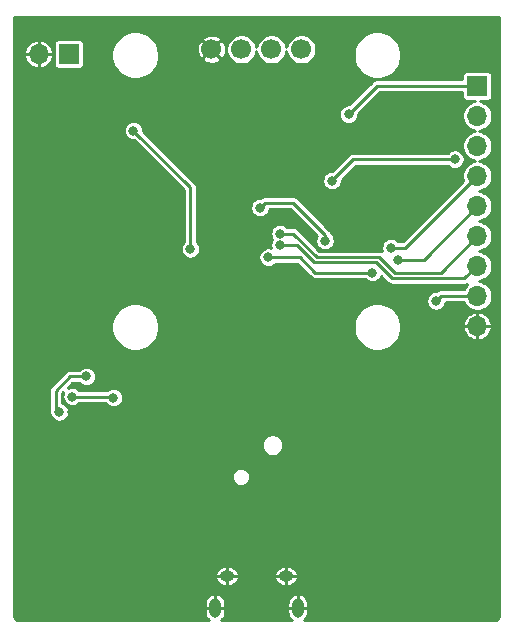
<source format=gbr>
G04 #@! TF.GenerationSoftware,KiCad,Pcbnew,(5.1.5-0-10_14)*
G04 #@! TF.CreationDate,2020-01-07T13:17:42-08:00*
G04 #@! TF.ProjectId,PARmeter,5041526d-6574-4657-922e-6b696361645f,rev?*
G04 #@! TF.SameCoordinates,Original*
G04 #@! TF.FileFunction,Copper,L2,Bot*
G04 #@! TF.FilePolarity,Positive*
%FSLAX46Y46*%
G04 Gerber Fmt 4.6, Leading zero omitted, Abs format (unit mm)*
G04 Created by KiCad (PCBNEW (5.1.5-0-10_14)) date 2020-01-07 13:17:42*
%MOMM*%
%LPD*%
G04 APERTURE LIST*
%ADD10C,1.700000*%
%ADD11O,1.700000X1.700000*%
%ADD12R,1.700000X1.700000*%
%ADD13O,1.250000X0.950000*%
%ADD14O,1.000000X1.650000*%
%ADD15C,0.800000*%
%ADD16C,0.250000*%
%ADD17C,0.254000*%
G04 APERTURE END LIST*
D10*
X96190000Y-130100000D03*
X98730000Y-130100000D03*
X101270000Y-130100000D03*
X103810000Y-130100000D03*
D11*
X81560000Y-130500000D03*
D12*
X84100000Y-130500000D03*
D11*
X118700000Y-153520000D03*
X118700000Y-150980000D03*
X118700000Y-148440000D03*
X118700000Y-145900000D03*
X118700000Y-143360000D03*
X118700000Y-140820000D03*
X118700000Y-138280000D03*
X118700000Y-135740000D03*
D12*
X118700000Y-133200000D03*
D13*
X97500000Y-174700000D03*
D14*
X103500000Y-177400000D03*
X96500000Y-177400000D03*
D13*
X102500000Y-174700000D03*
D15*
X97400000Y-148100000D03*
X99200000Y-143500000D03*
X98000000Y-134700000D03*
X104800000Y-134550000D03*
X93500000Y-136100000D03*
X81200000Y-139200000D03*
X86500000Y-138700000D03*
X113500000Y-137000000D03*
X115200000Y-142500000D03*
X109900000Y-143400000D03*
X86300000Y-147500000D03*
X81200000Y-160900000D03*
X84400000Y-160800000D03*
X91400000Y-160800000D03*
X94900000Y-155500000D03*
X93800000Y-175300000D03*
X81300000Y-176800000D03*
X81300000Y-166400000D03*
X112700000Y-167500000D03*
X91700000Y-150400000D03*
X82500000Y-139200000D03*
X98600000Y-163600000D03*
X105800000Y-155500000D03*
X101998955Y-148625010D03*
X102700000Y-144200000D03*
X105200000Y-149900000D03*
X84900000Y-127800000D03*
X103300000Y-155900000D03*
X116600000Y-132200000D03*
X105800000Y-173200004D03*
X116800000Y-139400000D03*
X106400000Y-141225000D03*
X107800000Y-135599996D03*
X100300000Y-143500000D03*
X105800000Y-146300000D03*
X115200000Y-151400000D03*
X83300000Y-160800000D03*
X85600000Y-157800000D03*
X84400000Y-159499996D03*
X87900000Y-159600000D03*
X102000000Y-146700000D03*
X102000004Y-145700000D03*
X112000000Y-147900000D03*
X101000000Y-147700000D03*
X109800000Y-149000000D03*
X111400000Y-146900000D03*
X89587347Y-136987347D03*
X94400000Y-147000000D03*
D16*
X106400000Y-141200000D02*
X106400000Y-141225000D01*
X116800000Y-139400000D02*
X108200000Y-139400000D01*
X108200000Y-139400000D02*
X106400000Y-141200000D01*
X108199999Y-135199997D02*
X107800000Y-135599996D01*
X118700000Y-133200000D02*
X110199996Y-133200000D01*
X110199996Y-133200000D02*
X108199999Y-135199997D01*
X117497919Y-150980000D02*
X118700000Y-150980000D01*
X115620000Y-150980000D02*
X117497919Y-150980000D01*
X115200000Y-151400000D02*
X115620000Y-150980000D01*
X103100000Y-143100000D02*
X105800000Y-145800000D01*
X105800000Y-145800000D02*
X105800000Y-146300000D01*
X100700000Y-143100000D02*
X103100000Y-143100000D01*
X100300000Y-143500000D02*
X100700000Y-143100000D01*
X83000000Y-159000000D02*
X84200000Y-157800000D01*
X84200000Y-157800000D02*
X85600000Y-157800000D01*
X83000000Y-160500000D02*
X83000000Y-159000000D01*
X83300000Y-160800000D02*
X83000000Y-160500000D01*
X84400000Y-159499996D02*
X87799996Y-159499996D01*
X87799996Y-159499996D02*
X87900000Y-159600000D01*
X117700000Y-149400000D02*
X117640000Y-149500000D01*
X118700000Y-148440000D02*
X117700000Y-149400000D01*
X104913600Y-148150010D02*
X103463590Y-146700000D01*
X103463590Y-146700000D02*
X102565685Y-146700000D01*
X110150010Y-148150010D02*
X104913600Y-148150010D01*
X111500000Y-149500000D02*
X110150010Y-148150010D01*
X102565685Y-146700000D02*
X102000000Y-146700000D01*
X117600000Y-149500000D02*
X111500000Y-149500000D01*
X117700000Y-149400000D02*
X117600000Y-149500000D01*
X102565689Y-145700000D02*
X102000004Y-145700000D01*
X103100000Y-145700000D02*
X102565689Y-145700000D01*
X115600000Y-149000000D02*
X111700000Y-149000000D01*
X105100000Y-147700000D02*
X103100000Y-145700000D01*
X110400000Y-147700000D02*
X105100000Y-147700000D01*
X111700000Y-149000000D02*
X110400000Y-147700000D01*
X118700000Y-145900000D02*
X115600000Y-149000000D01*
X114160000Y-147900000D02*
X112000000Y-147900000D01*
X118700000Y-143360000D02*
X114160000Y-147900000D01*
X109234315Y-149000000D02*
X109800000Y-149000000D01*
X101000000Y-147700000D02*
X103700000Y-147700000D01*
X105000000Y-149000000D02*
X109234315Y-149000000D01*
X103700000Y-147700000D02*
X105000000Y-149000000D01*
X112620000Y-146900000D02*
X111400000Y-146900000D01*
X118700000Y-140820000D02*
X112620000Y-146900000D01*
X89587347Y-136987347D02*
X94400000Y-141800000D01*
X94400000Y-146434315D02*
X94400000Y-147000000D01*
X94400000Y-141800000D02*
X94400000Y-146434315D01*
D17*
G36*
X120548000Y-177977893D02*
G01*
X120537342Y-178086595D01*
X120512193Y-178169891D01*
X120471340Y-178246725D01*
X120416350Y-178314148D01*
X120349306Y-178369612D01*
X120272769Y-178410996D01*
X120189646Y-178436727D01*
X120082386Y-178448000D01*
X104000999Y-178448000D01*
X104122607Y-178348314D01*
X104232246Y-178214873D01*
X104313746Y-178062606D01*
X104363974Y-177897365D01*
X104381000Y-177725500D01*
X104381000Y-177400500D01*
X103500500Y-177400500D01*
X103500500Y-177420500D01*
X103499500Y-177420500D01*
X103499500Y-177400500D01*
X102619000Y-177400500D01*
X102619000Y-177725500D01*
X102636026Y-177897365D01*
X102686254Y-178062606D01*
X102767754Y-178214873D01*
X102877393Y-178348314D01*
X102999001Y-178448000D01*
X97000999Y-178448000D01*
X97122607Y-178348314D01*
X97232246Y-178214873D01*
X97313746Y-178062606D01*
X97363974Y-177897365D01*
X97381000Y-177725500D01*
X97381000Y-177400500D01*
X96500500Y-177400500D01*
X96500500Y-177420500D01*
X96499500Y-177420500D01*
X96499500Y-177400500D01*
X95619000Y-177400500D01*
X95619000Y-177725500D01*
X95636026Y-177897365D01*
X95686254Y-178062606D01*
X95767754Y-178214873D01*
X95877393Y-178348314D01*
X95999001Y-178448000D01*
X79922107Y-178448000D01*
X79813405Y-178437342D01*
X79730109Y-178412193D01*
X79653275Y-178371340D01*
X79585852Y-178316350D01*
X79530388Y-178249306D01*
X79489004Y-178172769D01*
X79463273Y-178089646D01*
X79452000Y-177982386D01*
X79452000Y-177074500D01*
X95619000Y-177074500D01*
X95619000Y-177399500D01*
X96499500Y-177399500D01*
X96499500Y-176289250D01*
X96500500Y-176289250D01*
X96500500Y-177399500D01*
X97381000Y-177399500D01*
X97381000Y-177074500D01*
X102619000Y-177074500D01*
X102619000Y-177399500D01*
X103499500Y-177399500D01*
X103499500Y-176289250D01*
X103500500Y-176289250D01*
X103500500Y-177399500D01*
X104381000Y-177399500D01*
X104381000Y-177074500D01*
X104363974Y-176902635D01*
X104313746Y-176737394D01*
X104232246Y-176585127D01*
X104122607Y-176451686D01*
X103989041Y-176342198D01*
X103836682Y-176260871D01*
X103671384Y-176210831D01*
X103638313Y-176204925D01*
X103500500Y-176289250D01*
X103499500Y-176289250D01*
X103361687Y-176204925D01*
X103328616Y-176210831D01*
X103163318Y-176260871D01*
X103010959Y-176342198D01*
X102877393Y-176451686D01*
X102767754Y-176585127D01*
X102686254Y-176737394D01*
X102636026Y-176902635D01*
X102619000Y-177074500D01*
X97381000Y-177074500D01*
X97363974Y-176902635D01*
X97313746Y-176737394D01*
X97232246Y-176585127D01*
X97122607Y-176451686D01*
X96989041Y-176342198D01*
X96836682Y-176260871D01*
X96671384Y-176210831D01*
X96638313Y-176204925D01*
X96500500Y-176289250D01*
X96499500Y-176289250D01*
X96361687Y-176204925D01*
X96328616Y-176210831D01*
X96163318Y-176260871D01*
X96010959Y-176342198D01*
X95877393Y-176451686D01*
X95767754Y-176585127D01*
X95686254Y-176737394D01*
X95636026Y-176902635D01*
X95619000Y-177074500D01*
X79452000Y-177074500D01*
X79452000Y-174834402D01*
X96504617Y-174834402D01*
X96510349Y-174866509D01*
X96558967Y-175027117D01*
X96637984Y-175175154D01*
X96744363Y-175304931D01*
X96874016Y-175411461D01*
X97021961Y-175490650D01*
X97182512Y-175539455D01*
X97349500Y-175556000D01*
X97499500Y-175556000D01*
X97499500Y-174700500D01*
X97500500Y-174700500D01*
X97500500Y-175556000D01*
X97650500Y-175556000D01*
X97817488Y-175539455D01*
X97978039Y-175490650D01*
X98125984Y-175411461D01*
X98255637Y-175304931D01*
X98362016Y-175175154D01*
X98441033Y-175027117D01*
X98489651Y-174866509D01*
X98495383Y-174834402D01*
X101504617Y-174834402D01*
X101510349Y-174866509D01*
X101558967Y-175027117D01*
X101637984Y-175175154D01*
X101744363Y-175304931D01*
X101874016Y-175411461D01*
X102021961Y-175490650D01*
X102182512Y-175539455D01*
X102349500Y-175556000D01*
X102499500Y-175556000D01*
X102499500Y-174700500D01*
X102500500Y-174700500D01*
X102500500Y-175556000D01*
X102650500Y-175556000D01*
X102817488Y-175539455D01*
X102978039Y-175490650D01*
X103125984Y-175411461D01*
X103255637Y-175304931D01*
X103362016Y-175175154D01*
X103441033Y-175027117D01*
X103489651Y-174866509D01*
X103495383Y-174834402D01*
X103410750Y-174700500D01*
X102500500Y-174700500D01*
X102499500Y-174700500D01*
X101589250Y-174700500D01*
X101504617Y-174834402D01*
X98495383Y-174834402D01*
X98410750Y-174700500D01*
X97500500Y-174700500D01*
X97499500Y-174700500D01*
X96589250Y-174700500D01*
X96504617Y-174834402D01*
X79452000Y-174834402D01*
X79452000Y-174565598D01*
X96504617Y-174565598D01*
X96589250Y-174699500D01*
X97499500Y-174699500D01*
X97499500Y-173844000D01*
X97500500Y-173844000D01*
X97500500Y-174699500D01*
X98410750Y-174699500D01*
X98495383Y-174565598D01*
X101504617Y-174565598D01*
X101589250Y-174699500D01*
X102499500Y-174699500D01*
X102499500Y-173844000D01*
X102500500Y-173844000D01*
X102500500Y-174699500D01*
X103410750Y-174699500D01*
X103495383Y-174565598D01*
X103489651Y-174533491D01*
X103441033Y-174372883D01*
X103362016Y-174224846D01*
X103255637Y-174095069D01*
X103125984Y-173988539D01*
X102978039Y-173909350D01*
X102817488Y-173860545D01*
X102650500Y-173844000D01*
X102500500Y-173844000D01*
X102499500Y-173844000D01*
X102349500Y-173844000D01*
X102182512Y-173860545D01*
X102021961Y-173909350D01*
X101874016Y-173988539D01*
X101744363Y-174095069D01*
X101637984Y-174224846D01*
X101558967Y-174372883D01*
X101510349Y-174533491D01*
X101504617Y-174565598D01*
X98495383Y-174565598D01*
X98489651Y-174533491D01*
X98441033Y-174372883D01*
X98362016Y-174224846D01*
X98255637Y-174095069D01*
X98125984Y-173988539D01*
X97978039Y-173909350D01*
X97817488Y-173860545D01*
X97650500Y-173844000D01*
X97500500Y-173844000D01*
X97499500Y-173844000D01*
X97349500Y-173844000D01*
X97182512Y-173860545D01*
X97021961Y-173909350D01*
X96874016Y-173988539D01*
X96744363Y-174095069D01*
X96637984Y-174224846D01*
X96558967Y-174372883D01*
X96510349Y-174533491D01*
X96504617Y-174565598D01*
X79452000Y-174565598D01*
X79452000Y-166220008D01*
X97897174Y-166220008D01*
X97897174Y-166373064D01*
X97927033Y-166523179D01*
X97985605Y-166664584D01*
X98070638Y-166791845D01*
X98178865Y-166900072D01*
X98306126Y-166985105D01*
X98447531Y-167043677D01*
X98597646Y-167073536D01*
X98750702Y-167073536D01*
X98900817Y-167043677D01*
X99042222Y-166985105D01*
X99169483Y-166900072D01*
X99277710Y-166791845D01*
X99362743Y-166664584D01*
X99421315Y-166523179D01*
X99451174Y-166373064D01*
X99451174Y-166220008D01*
X99421315Y-166069893D01*
X99362743Y-165928488D01*
X99277710Y-165801227D01*
X99169483Y-165693000D01*
X99042222Y-165607967D01*
X98900817Y-165549395D01*
X98750702Y-165519536D01*
X98597646Y-165519536D01*
X98447531Y-165549395D01*
X98306126Y-165607967D01*
X98178865Y-165693000D01*
X98070638Y-165801227D01*
X97985605Y-165928488D01*
X97927033Y-166069893D01*
X97897174Y-166220008D01*
X79452000Y-166220008D01*
X79452000Y-163518229D01*
X100434180Y-163518229D01*
X100434180Y-163700831D01*
X100469804Y-163879926D01*
X100539684Y-164048629D01*
X100641132Y-164200458D01*
X100770252Y-164329578D01*
X100922081Y-164431026D01*
X101090784Y-164500906D01*
X101269879Y-164536530D01*
X101452481Y-164536530D01*
X101631576Y-164500906D01*
X101800279Y-164431026D01*
X101952108Y-164329578D01*
X102081228Y-164200458D01*
X102182676Y-164048629D01*
X102252556Y-163879926D01*
X102288180Y-163700831D01*
X102288180Y-163518229D01*
X102252556Y-163339134D01*
X102182676Y-163170431D01*
X102081228Y-163018602D01*
X101952108Y-162889482D01*
X101800279Y-162788034D01*
X101631576Y-162718154D01*
X101452481Y-162682530D01*
X101269879Y-162682530D01*
X101090784Y-162718154D01*
X100922081Y-162788034D01*
X100770252Y-162889482D01*
X100641132Y-163018602D01*
X100539684Y-163170431D01*
X100469804Y-163339134D01*
X100434180Y-163518229D01*
X79452000Y-163518229D01*
X79452000Y-159000000D01*
X82445330Y-159000000D01*
X82448001Y-159027116D01*
X82448000Y-160472894D01*
X82445330Y-160500000D01*
X82448000Y-160527106D01*
X82448000Y-160527108D01*
X82455988Y-160608210D01*
X82479518Y-160685779D01*
X82473000Y-160718548D01*
X82473000Y-160881452D01*
X82504782Y-161041227D01*
X82567123Y-161191731D01*
X82657628Y-161327181D01*
X82772819Y-161442372D01*
X82908269Y-161532877D01*
X83058773Y-161595218D01*
X83218548Y-161627000D01*
X83381452Y-161627000D01*
X83541227Y-161595218D01*
X83691731Y-161532877D01*
X83827181Y-161442372D01*
X83942372Y-161327181D01*
X84032877Y-161191731D01*
X84095218Y-161041227D01*
X84127000Y-160881452D01*
X84127000Y-160718548D01*
X84095218Y-160558773D01*
X84032877Y-160408269D01*
X83942372Y-160272819D01*
X83827181Y-160157628D01*
X83691731Y-160067123D01*
X83552000Y-160009244D01*
X83552000Y-159228644D01*
X83663406Y-159117238D01*
X83604782Y-159258769D01*
X83573000Y-159418544D01*
X83573000Y-159581448D01*
X83604782Y-159741223D01*
X83667123Y-159891727D01*
X83757628Y-160027177D01*
X83872819Y-160142368D01*
X84008269Y-160232873D01*
X84158773Y-160295214D01*
X84318548Y-160326996D01*
X84481452Y-160326996D01*
X84641227Y-160295214D01*
X84791731Y-160232873D01*
X84927181Y-160142368D01*
X85017553Y-160051996D01*
X87207391Y-160051996D01*
X87257628Y-160127181D01*
X87372819Y-160242372D01*
X87508269Y-160332877D01*
X87658773Y-160395218D01*
X87818548Y-160427000D01*
X87981452Y-160427000D01*
X88141227Y-160395218D01*
X88291731Y-160332877D01*
X88427181Y-160242372D01*
X88542372Y-160127181D01*
X88632877Y-159991731D01*
X88695218Y-159841227D01*
X88727000Y-159681452D01*
X88727000Y-159518548D01*
X88695218Y-159358773D01*
X88632877Y-159208269D01*
X88542372Y-159072819D01*
X88427181Y-158957628D01*
X88291731Y-158867123D01*
X88141227Y-158804782D01*
X87981452Y-158773000D01*
X87818548Y-158773000D01*
X87658773Y-158804782D01*
X87508269Y-158867123D01*
X87387234Y-158947996D01*
X85017553Y-158947996D01*
X84927181Y-158857624D01*
X84791731Y-158767119D01*
X84641227Y-158704778D01*
X84481452Y-158672996D01*
X84318548Y-158672996D01*
X84158773Y-158704778D01*
X84017243Y-158763402D01*
X84428646Y-158352000D01*
X84982447Y-158352000D01*
X85072819Y-158442372D01*
X85208269Y-158532877D01*
X85358773Y-158595218D01*
X85518548Y-158627000D01*
X85681452Y-158627000D01*
X85841227Y-158595218D01*
X85991731Y-158532877D01*
X86127181Y-158442372D01*
X86242372Y-158327181D01*
X86332877Y-158191731D01*
X86395218Y-158041227D01*
X86427000Y-157881452D01*
X86427000Y-157718548D01*
X86395218Y-157558773D01*
X86332877Y-157408269D01*
X86242372Y-157272819D01*
X86127181Y-157157628D01*
X85991731Y-157067123D01*
X85841227Y-157004782D01*
X85681452Y-156973000D01*
X85518548Y-156973000D01*
X85358773Y-157004782D01*
X85208269Y-157067123D01*
X85072819Y-157157628D01*
X84982447Y-157248000D01*
X84227097Y-157248000D01*
X84199999Y-157245331D01*
X84172901Y-157248000D01*
X84172891Y-157248000D01*
X84091789Y-157255988D01*
X83987737Y-157287552D01*
X83943098Y-157311412D01*
X83891841Y-157338809D01*
X83834679Y-157385721D01*
X83807789Y-157407789D01*
X83790508Y-157428846D01*
X82628852Y-158590504D01*
X82607790Y-158607789D01*
X82554276Y-158672996D01*
X82538809Y-158691843D01*
X82487552Y-158787738D01*
X82455989Y-158891790D01*
X82445330Y-159000000D01*
X79452000Y-159000000D01*
X79452000Y-153400358D01*
X87723000Y-153400358D01*
X87723000Y-153799642D01*
X87800896Y-154191254D01*
X87953696Y-154560145D01*
X88175526Y-154892137D01*
X88457863Y-155174474D01*
X88789855Y-155396304D01*
X89158746Y-155549104D01*
X89550358Y-155627000D01*
X89949642Y-155627000D01*
X90341254Y-155549104D01*
X90710145Y-155396304D01*
X91042137Y-155174474D01*
X91324474Y-154892137D01*
X91546304Y-154560145D01*
X91699104Y-154191254D01*
X91777000Y-153799642D01*
X91777000Y-153400358D01*
X108223000Y-153400358D01*
X108223000Y-153799642D01*
X108300896Y-154191254D01*
X108453696Y-154560145D01*
X108675526Y-154892137D01*
X108957863Y-155174474D01*
X109289855Y-155396304D01*
X109658746Y-155549104D01*
X110050358Y-155627000D01*
X110449642Y-155627000D01*
X110841254Y-155549104D01*
X111210145Y-155396304D01*
X111542137Y-155174474D01*
X111824474Y-154892137D01*
X112046304Y-154560145D01*
X112199104Y-154191254D01*
X112277000Y-153799642D01*
X112277000Y-153713065D01*
X117484234Y-153713065D01*
X117502896Y-153806885D01*
X117581866Y-154034916D01*
X117703806Y-154243159D01*
X117864029Y-154423611D01*
X118056378Y-154569338D01*
X118273461Y-154674740D01*
X118506935Y-154735766D01*
X118699500Y-154655750D01*
X118699500Y-153520500D01*
X118700500Y-153520500D01*
X118700500Y-154655750D01*
X118893065Y-154735766D01*
X119126539Y-154674740D01*
X119343622Y-154569338D01*
X119535971Y-154423611D01*
X119696194Y-154243159D01*
X119818134Y-154034916D01*
X119897104Y-153806885D01*
X119915766Y-153713065D01*
X119835750Y-153520500D01*
X118700500Y-153520500D01*
X118699500Y-153520500D01*
X117564250Y-153520500D01*
X117484234Y-153713065D01*
X112277000Y-153713065D01*
X112277000Y-153400358D01*
X112262396Y-153326935D01*
X117484234Y-153326935D01*
X117564250Y-153519500D01*
X118699500Y-153519500D01*
X118699500Y-152384250D01*
X118700500Y-152384250D01*
X118700500Y-153519500D01*
X119835750Y-153519500D01*
X119915766Y-153326935D01*
X119897104Y-153233115D01*
X119818134Y-153005084D01*
X119696194Y-152796841D01*
X119535971Y-152616389D01*
X119343622Y-152470662D01*
X119126539Y-152365260D01*
X118893065Y-152304234D01*
X118700500Y-152384250D01*
X118699500Y-152384250D01*
X118506935Y-152304234D01*
X118273461Y-152365260D01*
X118056378Y-152470662D01*
X117864029Y-152616389D01*
X117703806Y-152796841D01*
X117581866Y-153005084D01*
X117502896Y-153233115D01*
X117484234Y-153326935D01*
X112262396Y-153326935D01*
X112199104Y-153008746D01*
X112046304Y-152639855D01*
X111824474Y-152307863D01*
X111542137Y-152025526D01*
X111210145Y-151803696D01*
X110841254Y-151650896D01*
X110449642Y-151573000D01*
X110050358Y-151573000D01*
X109658746Y-151650896D01*
X109289855Y-151803696D01*
X108957863Y-152025526D01*
X108675526Y-152307863D01*
X108453696Y-152639855D01*
X108300896Y-153008746D01*
X108223000Y-153400358D01*
X91777000Y-153400358D01*
X91699104Y-153008746D01*
X91546304Y-152639855D01*
X91324474Y-152307863D01*
X91042137Y-152025526D01*
X90710145Y-151803696D01*
X90341254Y-151650896D01*
X89949642Y-151573000D01*
X89550358Y-151573000D01*
X89158746Y-151650896D01*
X88789855Y-151803696D01*
X88457863Y-152025526D01*
X88175526Y-152307863D01*
X87953696Y-152639855D01*
X87800896Y-153008746D01*
X87723000Y-153400358D01*
X79452000Y-153400358D01*
X79452000Y-136905895D01*
X88760347Y-136905895D01*
X88760347Y-137068799D01*
X88792129Y-137228574D01*
X88854470Y-137379078D01*
X88944975Y-137514528D01*
X89060166Y-137629719D01*
X89195616Y-137720224D01*
X89346120Y-137782565D01*
X89505895Y-137814347D01*
X89633703Y-137814347D01*
X93848000Y-142028646D01*
X93848001Y-146382446D01*
X93757628Y-146472819D01*
X93667123Y-146608269D01*
X93604782Y-146758773D01*
X93573000Y-146918548D01*
X93573000Y-147081452D01*
X93604782Y-147241227D01*
X93667123Y-147391731D01*
X93757628Y-147527181D01*
X93872819Y-147642372D01*
X94008269Y-147732877D01*
X94158773Y-147795218D01*
X94318548Y-147827000D01*
X94481452Y-147827000D01*
X94641227Y-147795218D01*
X94791731Y-147732877D01*
X94927181Y-147642372D01*
X94951005Y-147618548D01*
X100173000Y-147618548D01*
X100173000Y-147781452D01*
X100204782Y-147941227D01*
X100267123Y-148091731D01*
X100357628Y-148227181D01*
X100472819Y-148342372D01*
X100608269Y-148432877D01*
X100758773Y-148495218D01*
X100918548Y-148527000D01*
X101081452Y-148527000D01*
X101241227Y-148495218D01*
X101391731Y-148432877D01*
X101527181Y-148342372D01*
X101617553Y-148252000D01*
X103471356Y-148252000D01*
X104590508Y-149371154D01*
X104607789Y-149392211D01*
X104628845Y-149409491D01*
X104628846Y-149409492D01*
X104691842Y-149461191D01*
X104787737Y-149512448D01*
X104891789Y-149544012D01*
X105000000Y-149554670D01*
X105027108Y-149552000D01*
X109182447Y-149552000D01*
X109272819Y-149642372D01*
X109408269Y-149732877D01*
X109558773Y-149795218D01*
X109718548Y-149827000D01*
X109881452Y-149827000D01*
X110041227Y-149795218D01*
X110191731Y-149732877D01*
X110327181Y-149642372D01*
X110442372Y-149527181D01*
X110532877Y-149391731D01*
X110555784Y-149336429D01*
X111090508Y-149871154D01*
X111107789Y-149892211D01*
X111191842Y-149961191D01*
X111287737Y-150012448D01*
X111391789Y-150044012D01*
X111472891Y-150052000D01*
X111472901Y-150052000D01*
X111499999Y-150054669D01*
X111527097Y-150052000D01*
X117572894Y-150052000D01*
X117600000Y-150054670D01*
X117626854Y-150052025D01*
X117666962Y-150054014D01*
X117774527Y-150038109D01*
X117870081Y-150003968D01*
X117708089Y-150165960D01*
X117568337Y-150375114D01*
X117546431Y-150428000D01*
X115647108Y-150428000D01*
X115620000Y-150425330D01*
X115592891Y-150428000D01*
X115511789Y-150435988D01*
X115407737Y-150467552D01*
X115311842Y-150518809D01*
X115245810Y-150573000D01*
X115118548Y-150573000D01*
X114958773Y-150604782D01*
X114808269Y-150667123D01*
X114672819Y-150757628D01*
X114557628Y-150872819D01*
X114467123Y-151008269D01*
X114404782Y-151158773D01*
X114373000Y-151318548D01*
X114373000Y-151481452D01*
X114404782Y-151641227D01*
X114467123Y-151791731D01*
X114557628Y-151927181D01*
X114672819Y-152042372D01*
X114808269Y-152132877D01*
X114958773Y-152195218D01*
X115118548Y-152227000D01*
X115281452Y-152227000D01*
X115441227Y-152195218D01*
X115591731Y-152132877D01*
X115727181Y-152042372D01*
X115842372Y-151927181D01*
X115932877Y-151791731D01*
X115995218Y-151641227D01*
X116016945Y-151532000D01*
X117546431Y-151532000D01*
X117568337Y-151584886D01*
X117708089Y-151794040D01*
X117885960Y-151971911D01*
X118095114Y-152111663D01*
X118327513Y-152207926D01*
X118574226Y-152257000D01*
X118825774Y-152257000D01*
X119072487Y-152207926D01*
X119304886Y-152111663D01*
X119514040Y-151971911D01*
X119691911Y-151794040D01*
X119831663Y-151584886D01*
X119927926Y-151352487D01*
X119977000Y-151105774D01*
X119977000Y-150854226D01*
X119927926Y-150607513D01*
X119831663Y-150375114D01*
X119691911Y-150165960D01*
X119514040Y-149988089D01*
X119304886Y-149848337D01*
X119072487Y-149752074D01*
X118860966Y-149710000D01*
X119072487Y-149667926D01*
X119304886Y-149571663D01*
X119514040Y-149431911D01*
X119691911Y-149254040D01*
X119831663Y-149044886D01*
X119927926Y-148812487D01*
X119977000Y-148565774D01*
X119977000Y-148314226D01*
X119927926Y-148067513D01*
X119831663Y-147835114D01*
X119691911Y-147625960D01*
X119514040Y-147448089D01*
X119304886Y-147308337D01*
X119072487Y-147212074D01*
X118860966Y-147170000D01*
X119072487Y-147127926D01*
X119304886Y-147031663D01*
X119514040Y-146891911D01*
X119691911Y-146714040D01*
X119831663Y-146504886D01*
X119927926Y-146272487D01*
X119977000Y-146025774D01*
X119977000Y-145774226D01*
X119927926Y-145527513D01*
X119831663Y-145295114D01*
X119691911Y-145085960D01*
X119514040Y-144908089D01*
X119304886Y-144768337D01*
X119072487Y-144672074D01*
X118860966Y-144630000D01*
X119072487Y-144587926D01*
X119304886Y-144491663D01*
X119514040Y-144351911D01*
X119691911Y-144174040D01*
X119831663Y-143964886D01*
X119927926Y-143732487D01*
X119977000Y-143485774D01*
X119977000Y-143234226D01*
X119927926Y-142987513D01*
X119831663Y-142755114D01*
X119691911Y-142545960D01*
X119514040Y-142368089D01*
X119304886Y-142228337D01*
X119072487Y-142132074D01*
X118860966Y-142090000D01*
X119072487Y-142047926D01*
X119304886Y-141951663D01*
X119514040Y-141811911D01*
X119691911Y-141634040D01*
X119831663Y-141424886D01*
X119927926Y-141192487D01*
X119977000Y-140945774D01*
X119977000Y-140694226D01*
X119927926Y-140447513D01*
X119831663Y-140215114D01*
X119691911Y-140005960D01*
X119514040Y-139828089D01*
X119304886Y-139688337D01*
X119072487Y-139592074D01*
X118860966Y-139550000D01*
X119072487Y-139507926D01*
X119304886Y-139411663D01*
X119514040Y-139271911D01*
X119691911Y-139094040D01*
X119831663Y-138884886D01*
X119927926Y-138652487D01*
X119977000Y-138405774D01*
X119977000Y-138154226D01*
X119927926Y-137907513D01*
X119831663Y-137675114D01*
X119691911Y-137465960D01*
X119514040Y-137288089D01*
X119304886Y-137148337D01*
X119072487Y-137052074D01*
X118860966Y-137010000D01*
X119072487Y-136967926D01*
X119304886Y-136871663D01*
X119514040Y-136731911D01*
X119691911Y-136554040D01*
X119831663Y-136344886D01*
X119927926Y-136112487D01*
X119977000Y-135865774D01*
X119977000Y-135614226D01*
X119927926Y-135367513D01*
X119831663Y-135135114D01*
X119691911Y-134925960D01*
X119514040Y-134748089D01*
X119304886Y-134608337D01*
X119072487Y-134512074D01*
X118906544Y-134479066D01*
X119550000Y-134479066D01*
X119633707Y-134470822D01*
X119714196Y-134446405D01*
X119788376Y-134406755D01*
X119853395Y-134353395D01*
X119906755Y-134288376D01*
X119946405Y-134214196D01*
X119970822Y-134133707D01*
X119979066Y-134050000D01*
X119979066Y-132350000D01*
X119970822Y-132266293D01*
X119946405Y-132185804D01*
X119906755Y-132111624D01*
X119853395Y-132046605D01*
X119788376Y-131993245D01*
X119714196Y-131953595D01*
X119633707Y-131929178D01*
X119550000Y-131920934D01*
X117850000Y-131920934D01*
X117766293Y-131929178D01*
X117685804Y-131953595D01*
X117611624Y-131993245D01*
X117546605Y-132046605D01*
X117493245Y-132111624D01*
X117453595Y-132185804D01*
X117429178Y-132266293D01*
X117420934Y-132350000D01*
X117420934Y-132648000D01*
X110227102Y-132648000D01*
X110199996Y-132645330D01*
X110172890Y-132648000D01*
X110172887Y-132648000D01*
X110091785Y-132655988D01*
X109987733Y-132687552D01*
X109891838Y-132738809D01*
X109807785Y-132807789D01*
X109790500Y-132828851D01*
X107846356Y-134772996D01*
X107718548Y-134772996D01*
X107558773Y-134804778D01*
X107408269Y-134867119D01*
X107272819Y-134957624D01*
X107157628Y-135072815D01*
X107067123Y-135208265D01*
X107004782Y-135358769D01*
X106973000Y-135518544D01*
X106973000Y-135681448D01*
X107004782Y-135841223D01*
X107067123Y-135991727D01*
X107157628Y-136127177D01*
X107272819Y-136242368D01*
X107408269Y-136332873D01*
X107558773Y-136395214D01*
X107718548Y-136426996D01*
X107881452Y-136426996D01*
X108041227Y-136395214D01*
X108191731Y-136332873D01*
X108327181Y-136242368D01*
X108442372Y-136127177D01*
X108532877Y-135991727D01*
X108595218Y-135841223D01*
X108627000Y-135681448D01*
X108627000Y-135553640D01*
X110428641Y-133752000D01*
X117420934Y-133752000D01*
X117420934Y-134050000D01*
X117429178Y-134133707D01*
X117453595Y-134214196D01*
X117493245Y-134288376D01*
X117546605Y-134353395D01*
X117611624Y-134406755D01*
X117685804Y-134446405D01*
X117766293Y-134470822D01*
X117850000Y-134479066D01*
X118493456Y-134479066D01*
X118327513Y-134512074D01*
X118095114Y-134608337D01*
X117885960Y-134748089D01*
X117708089Y-134925960D01*
X117568337Y-135135114D01*
X117472074Y-135367513D01*
X117423000Y-135614226D01*
X117423000Y-135865774D01*
X117472074Y-136112487D01*
X117568337Y-136344886D01*
X117708089Y-136554040D01*
X117885960Y-136731911D01*
X118095114Y-136871663D01*
X118327513Y-136967926D01*
X118539034Y-137010000D01*
X118327513Y-137052074D01*
X118095114Y-137148337D01*
X117885960Y-137288089D01*
X117708089Y-137465960D01*
X117568337Y-137675114D01*
X117472074Y-137907513D01*
X117423000Y-138154226D01*
X117423000Y-138405774D01*
X117472074Y-138652487D01*
X117568337Y-138884886D01*
X117708089Y-139094040D01*
X117885960Y-139271911D01*
X118095114Y-139411663D01*
X118327513Y-139507926D01*
X118539034Y-139550000D01*
X118327513Y-139592074D01*
X118095114Y-139688337D01*
X117885960Y-139828089D01*
X117708089Y-140005960D01*
X117568337Y-140215114D01*
X117472074Y-140447513D01*
X117423000Y-140694226D01*
X117423000Y-140945774D01*
X117472074Y-141192487D01*
X117493980Y-141245374D01*
X112391356Y-146348000D01*
X112017553Y-146348000D01*
X111927181Y-146257628D01*
X111791731Y-146167123D01*
X111641227Y-146104782D01*
X111481452Y-146073000D01*
X111318548Y-146073000D01*
X111158773Y-146104782D01*
X111008269Y-146167123D01*
X110872819Y-146257628D01*
X110757628Y-146372819D01*
X110667123Y-146508269D01*
X110604782Y-146658773D01*
X110573000Y-146818548D01*
X110573000Y-146981452D01*
X110604782Y-147141227D01*
X110627300Y-147195589D01*
X110612263Y-147187552D01*
X110508211Y-147155988D01*
X110427109Y-147148000D01*
X110427106Y-147148000D01*
X110400000Y-147145330D01*
X110372894Y-147148000D01*
X105328646Y-147148000D01*
X103509500Y-145328856D01*
X103492211Y-145307789D01*
X103408158Y-145238809D01*
X103312263Y-145187552D01*
X103208211Y-145155988D01*
X103127109Y-145148000D01*
X103127106Y-145148000D01*
X103100000Y-145145330D01*
X103072894Y-145148000D01*
X102617557Y-145148000D01*
X102527185Y-145057628D01*
X102391735Y-144967123D01*
X102241231Y-144904782D01*
X102081456Y-144873000D01*
X101918552Y-144873000D01*
X101758777Y-144904782D01*
X101608273Y-144967123D01*
X101472823Y-145057628D01*
X101357632Y-145172819D01*
X101267127Y-145308269D01*
X101204786Y-145458773D01*
X101173004Y-145618548D01*
X101173004Y-145781452D01*
X101204786Y-145941227D01*
X101267127Y-146091731D01*
X101339468Y-146199997D01*
X101267123Y-146308269D01*
X101204782Y-146458773D01*
X101173000Y-146618548D01*
X101173000Y-146781452D01*
X101195732Y-146895732D01*
X101081452Y-146873000D01*
X100918548Y-146873000D01*
X100758773Y-146904782D01*
X100608269Y-146967123D01*
X100472819Y-147057628D01*
X100357628Y-147172819D01*
X100267123Y-147308269D01*
X100204782Y-147458773D01*
X100173000Y-147618548D01*
X94951005Y-147618548D01*
X95042372Y-147527181D01*
X95132877Y-147391731D01*
X95195218Y-147241227D01*
X95227000Y-147081452D01*
X95227000Y-146918548D01*
X95195218Y-146758773D01*
X95132877Y-146608269D01*
X95042372Y-146472819D01*
X94952000Y-146382447D01*
X94952000Y-143418548D01*
X99473000Y-143418548D01*
X99473000Y-143581452D01*
X99504782Y-143741227D01*
X99567123Y-143891731D01*
X99657628Y-144027181D01*
X99772819Y-144142372D01*
X99908269Y-144232877D01*
X100058773Y-144295218D01*
X100218548Y-144327000D01*
X100381452Y-144327000D01*
X100541227Y-144295218D01*
X100691731Y-144232877D01*
X100827181Y-144142372D01*
X100942372Y-144027181D01*
X101032877Y-143891731D01*
X101095218Y-143741227D01*
X101112967Y-143652000D01*
X102871356Y-143652000D01*
X105091356Y-145872002D01*
X105067123Y-145908269D01*
X105004782Y-146058773D01*
X104973000Y-146218548D01*
X104973000Y-146381452D01*
X105004782Y-146541227D01*
X105067123Y-146691731D01*
X105157628Y-146827181D01*
X105272819Y-146942372D01*
X105408269Y-147032877D01*
X105558773Y-147095218D01*
X105718548Y-147127000D01*
X105881452Y-147127000D01*
X106041227Y-147095218D01*
X106191731Y-147032877D01*
X106327181Y-146942372D01*
X106442372Y-146827181D01*
X106532877Y-146691731D01*
X106595218Y-146541227D01*
X106627000Y-146381452D01*
X106627000Y-146218548D01*
X106595218Y-146058773D01*
X106532877Y-145908269D01*
X106442372Y-145772819D01*
X106336466Y-145666913D01*
X106312448Y-145587737D01*
X106261191Y-145491842D01*
X106209492Y-145428846D01*
X106209491Y-145428845D01*
X106192211Y-145407789D01*
X106171154Y-145390508D01*
X103509500Y-142728856D01*
X103492211Y-142707789D01*
X103408158Y-142638809D01*
X103312263Y-142587552D01*
X103208211Y-142555988D01*
X103127109Y-142548000D01*
X103127106Y-142548000D01*
X103100000Y-142545330D01*
X103072894Y-142548000D01*
X100727097Y-142548000D01*
X100699999Y-142545331D01*
X100672901Y-142548000D01*
X100672891Y-142548000D01*
X100591789Y-142555988D01*
X100487737Y-142587552D01*
X100443098Y-142611412D01*
X100391841Y-142638809D01*
X100350180Y-142673000D01*
X100218548Y-142673000D01*
X100058773Y-142704782D01*
X99908269Y-142767123D01*
X99772819Y-142857628D01*
X99657628Y-142972819D01*
X99567123Y-143108269D01*
X99504782Y-143258773D01*
X99473000Y-143418548D01*
X94952000Y-143418548D01*
X94952000Y-141827105D01*
X94954670Y-141799999D01*
X94949960Y-141752181D01*
X94944012Y-141691789D01*
X94912448Y-141587737D01*
X94861191Y-141491842D01*
X94792211Y-141407789D01*
X94771154Y-141390508D01*
X94524194Y-141143548D01*
X105573000Y-141143548D01*
X105573000Y-141306452D01*
X105604782Y-141466227D01*
X105667123Y-141616731D01*
X105757628Y-141752181D01*
X105872819Y-141867372D01*
X106008269Y-141957877D01*
X106158773Y-142020218D01*
X106318548Y-142052000D01*
X106481452Y-142052000D01*
X106641227Y-142020218D01*
X106791731Y-141957877D01*
X106927181Y-141867372D01*
X107042372Y-141752181D01*
X107132877Y-141616731D01*
X107195218Y-141466227D01*
X107227000Y-141306452D01*
X107227000Y-141153644D01*
X108428646Y-139952000D01*
X116182447Y-139952000D01*
X116272819Y-140042372D01*
X116408269Y-140132877D01*
X116558773Y-140195218D01*
X116718548Y-140227000D01*
X116881452Y-140227000D01*
X117041227Y-140195218D01*
X117191731Y-140132877D01*
X117327181Y-140042372D01*
X117442372Y-139927181D01*
X117532877Y-139791731D01*
X117595218Y-139641227D01*
X117627000Y-139481452D01*
X117627000Y-139318548D01*
X117595218Y-139158773D01*
X117532877Y-139008269D01*
X117442372Y-138872819D01*
X117327181Y-138757628D01*
X117191731Y-138667123D01*
X117041227Y-138604782D01*
X116881452Y-138573000D01*
X116718548Y-138573000D01*
X116558773Y-138604782D01*
X116408269Y-138667123D01*
X116272819Y-138757628D01*
X116182447Y-138848000D01*
X108227097Y-138848000D01*
X108199999Y-138845331D01*
X108172901Y-138848000D01*
X108172891Y-138848000D01*
X108091789Y-138855988D01*
X107987737Y-138887552D01*
X107943098Y-138911412D01*
X107891841Y-138938809D01*
X107834679Y-138985721D01*
X107807789Y-139007789D01*
X107790508Y-139028846D01*
X106421356Y-140398000D01*
X106318548Y-140398000D01*
X106158773Y-140429782D01*
X106008269Y-140492123D01*
X105872819Y-140582628D01*
X105757628Y-140697819D01*
X105667123Y-140833269D01*
X105604782Y-140983773D01*
X105573000Y-141143548D01*
X94524194Y-141143548D01*
X90414347Y-137033703D01*
X90414347Y-136905895D01*
X90382565Y-136746120D01*
X90320224Y-136595616D01*
X90229719Y-136460166D01*
X90114528Y-136344975D01*
X89979078Y-136254470D01*
X89828574Y-136192129D01*
X89668799Y-136160347D01*
X89505895Y-136160347D01*
X89346120Y-136192129D01*
X89195616Y-136254470D01*
X89060166Y-136344975D01*
X88944975Y-136460166D01*
X88854470Y-136595616D01*
X88792129Y-136746120D01*
X88760347Y-136905895D01*
X79452000Y-136905895D01*
X79452000Y-130693065D01*
X80344234Y-130693065D01*
X80405260Y-130926539D01*
X80510662Y-131143622D01*
X80656389Y-131335971D01*
X80836841Y-131496194D01*
X81045084Y-131618134D01*
X81273115Y-131697104D01*
X81366935Y-131715766D01*
X81559500Y-131635750D01*
X81559500Y-130500500D01*
X81560500Y-130500500D01*
X81560500Y-131635750D01*
X81753065Y-131715766D01*
X81846885Y-131697104D01*
X82074916Y-131618134D01*
X82283159Y-131496194D01*
X82463611Y-131335971D01*
X82609338Y-131143622D01*
X82714740Y-130926539D01*
X82775766Y-130693065D01*
X82695750Y-130500500D01*
X81560500Y-130500500D01*
X81559500Y-130500500D01*
X80424250Y-130500500D01*
X80344234Y-130693065D01*
X79452000Y-130693065D01*
X79452000Y-130306935D01*
X80344234Y-130306935D01*
X80424250Y-130499500D01*
X81559500Y-130499500D01*
X81559500Y-129364250D01*
X81560500Y-129364250D01*
X81560500Y-130499500D01*
X82695750Y-130499500D01*
X82775766Y-130306935D01*
X82714740Y-130073461D01*
X82609338Y-129856378D01*
X82463611Y-129664029D01*
X82447811Y-129650000D01*
X82820934Y-129650000D01*
X82820934Y-131350000D01*
X82829178Y-131433707D01*
X82853595Y-131514196D01*
X82893245Y-131588376D01*
X82946605Y-131653395D01*
X83011624Y-131706755D01*
X83085804Y-131746405D01*
X83166293Y-131770822D01*
X83250000Y-131779066D01*
X84950000Y-131779066D01*
X85033707Y-131770822D01*
X85114196Y-131746405D01*
X85188376Y-131706755D01*
X85253395Y-131653395D01*
X85306755Y-131588376D01*
X85346405Y-131514196D01*
X85370822Y-131433707D01*
X85379066Y-131350000D01*
X85379066Y-130400358D01*
X87723000Y-130400358D01*
X87723000Y-130799642D01*
X87800896Y-131191254D01*
X87953696Y-131560145D01*
X88175526Y-131892137D01*
X88457863Y-132174474D01*
X88789855Y-132396304D01*
X89158746Y-132549104D01*
X89550358Y-132627000D01*
X89949642Y-132627000D01*
X90341254Y-132549104D01*
X90710145Y-132396304D01*
X91042137Y-132174474D01*
X91324474Y-131892137D01*
X91546304Y-131560145D01*
X91699104Y-131191254D01*
X91755513Y-130907662D01*
X95383045Y-130907662D01*
X95463340Y-131101012D01*
X95672589Y-131223542D01*
X95901724Y-131302896D01*
X96141937Y-131336023D01*
X96383996Y-131321650D01*
X96618601Y-131260329D01*
X96836734Y-131154418D01*
X96916660Y-131101012D01*
X96996955Y-130907662D01*
X96190000Y-130100707D01*
X95383045Y-130907662D01*
X91755513Y-130907662D01*
X91777000Y-130799642D01*
X91777000Y-130400358D01*
X91707696Y-130051937D01*
X94953977Y-130051937D01*
X94968350Y-130293996D01*
X95029671Y-130528601D01*
X95135582Y-130746734D01*
X95188988Y-130826660D01*
X95382338Y-130906955D01*
X96189293Y-130100000D01*
X96190707Y-130100000D01*
X96997662Y-130906955D01*
X97191012Y-130826660D01*
X97313542Y-130617411D01*
X97392896Y-130388276D01*
X97426023Y-130148063D01*
X97415701Y-129974226D01*
X97453000Y-129974226D01*
X97453000Y-130225774D01*
X97502074Y-130472487D01*
X97598337Y-130704886D01*
X97738089Y-130914040D01*
X97915960Y-131091911D01*
X98125114Y-131231663D01*
X98357513Y-131327926D01*
X98604226Y-131377000D01*
X98855774Y-131377000D01*
X99102487Y-131327926D01*
X99334886Y-131231663D01*
X99544040Y-131091911D01*
X99721911Y-130914040D01*
X99861663Y-130704886D01*
X99957926Y-130472487D01*
X100000000Y-130260966D01*
X100042074Y-130472487D01*
X100138337Y-130704886D01*
X100278089Y-130914040D01*
X100455960Y-131091911D01*
X100665114Y-131231663D01*
X100897513Y-131327926D01*
X101144226Y-131377000D01*
X101395774Y-131377000D01*
X101642487Y-131327926D01*
X101874886Y-131231663D01*
X102084040Y-131091911D01*
X102261911Y-130914040D01*
X102401663Y-130704886D01*
X102497926Y-130472487D01*
X102540000Y-130260966D01*
X102582074Y-130472487D01*
X102678337Y-130704886D01*
X102818089Y-130914040D01*
X102995960Y-131091911D01*
X103205114Y-131231663D01*
X103437513Y-131327926D01*
X103684226Y-131377000D01*
X103935774Y-131377000D01*
X104182487Y-131327926D01*
X104414886Y-131231663D01*
X104624040Y-131091911D01*
X104801911Y-130914040D01*
X104941663Y-130704886D01*
X105037926Y-130472487D01*
X105052273Y-130400358D01*
X108223000Y-130400358D01*
X108223000Y-130799642D01*
X108300896Y-131191254D01*
X108453696Y-131560145D01*
X108675526Y-131892137D01*
X108957863Y-132174474D01*
X109289855Y-132396304D01*
X109658746Y-132549104D01*
X110050358Y-132627000D01*
X110449642Y-132627000D01*
X110841254Y-132549104D01*
X111210145Y-132396304D01*
X111542137Y-132174474D01*
X111824474Y-131892137D01*
X112046304Y-131560145D01*
X112199104Y-131191254D01*
X112277000Y-130799642D01*
X112277000Y-130400358D01*
X112199104Y-130008746D01*
X112046304Y-129639855D01*
X111824474Y-129307863D01*
X111542137Y-129025526D01*
X111210145Y-128803696D01*
X110841254Y-128650896D01*
X110449642Y-128573000D01*
X110050358Y-128573000D01*
X109658746Y-128650896D01*
X109289855Y-128803696D01*
X108957863Y-129025526D01*
X108675526Y-129307863D01*
X108453696Y-129639855D01*
X108300896Y-130008746D01*
X108223000Y-130400358D01*
X105052273Y-130400358D01*
X105087000Y-130225774D01*
X105087000Y-129974226D01*
X105037926Y-129727513D01*
X104941663Y-129495114D01*
X104801911Y-129285960D01*
X104624040Y-129108089D01*
X104414886Y-128968337D01*
X104182487Y-128872074D01*
X103935774Y-128823000D01*
X103684226Y-128823000D01*
X103437513Y-128872074D01*
X103205114Y-128968337D01*
X102995960Y-129108089D01*
X102818089Y-129285960D01*
X102678337Y-129495114D01*
X102582074Y-129727513D01*
X102540000Y-129939034D01*
X102497926Y-129727513D01*
X102401663Y-129495114D01*
X102261911Y-129285960D01*
X102084040Y-129108089D01*
X101874886Y-128968337D01*
X101642487Y-128872074D01*
X101395774Y-128823000D01*
X101144226Y-128823000D01*
X100897513Y-128872074D01*
X100665114Y-128968337D01*
X100455960Y-129108089D01*
X100278089Y-129285960D01*
X100138337Y-129495114D01*
X100042074Y-129727513D01*
X100000000Y-129939034D01*
X99957926Y-129727513D01*
X99861663Y-129495114D01*
X99721911Y-129285960D01*
X99544040Y-129108089D01*
X99334886Y-128968337D01*
X99102487Y-128872074D01*
X98855774Y-128823000D01*
X98604226Y-128823000D01*
X98357513Y-128872074D01*
X98125114Y-128968337D01*
X97915960Y-129108089D01*
X97738089Y-129285960D01*
X97598337Y-129495114D01*
X97502074Y-129727513D01*
X97453000Y-129974226D01*
X97415701Y-129974226D01*
X97411650Y-129906004D01*
X97350329Y-129671399D01*
X97244418Y-129453266D01*
X97191012Y-129373340D01*
X96997662Y-129293045D01*
X96190707Y-130100000D01*
X96189293Y-130100000D01*
X95382338Y-129293045D01*
X95188988Y-129373340D01*
X95066458Y-129582589D01*
X94987104Y-129811724D01*
X94953977Y-130051937D01*
X91707696Y-130051937D01*
X91699104Y-130008746D01*
X91546304Y-129639855D01*
X91324474Y-129307863D01*
X91308949Y-129292338D01*
X95383045Y-129292338D01*
X96190000Y-130099293D01*
X96996955Y-129292338D01*
X96916660Y-129098988D01*
X96707411Y-128976458D01*
X96478276Y-128897104D01*
X96238063Y-128863977D01*
X95996004Y-128878350D01*
X95761399Y-128939671D01*
X95543266Y-129045582D01*
X95463340Y-129098988D01*
X95383045Y-129292338D01*
X91308949Y-129292338D01*
X91042137Y-129025526D01*
X90710145Y-128803696D01*
X90341254Y-128650896D01*
X89949642Y-128573000D01*
X89550358Y-128573000D01*
X89158746Y-128650896D01*
X88789855Y-128803696D01*
X88457863Y-129025526D01*
X88175526Y-129307863D01*
X87953696Y-129639855D01*
X87800896Y-130008746D01*
X87723000Y-130400358D01*
X85379066Y-130400358D01*
X85379066Y-129650000D01*
X85370822Y-129566293D01*
X85346405Y-129485804D01*
X85306755Y-129411624D01*
X85253395Y-129346605D01*
X85188376Y-129293245D01*
X85114196Y-129253595D01*
X85033707Y-129229178D01*
X84950000Y-129220934D01*
X83250000Y-129220934D01*
X83166293Y-129229178D01*
X83085804Y-129253595D01*
X83011624Y-129293245D01*
X82946605Y-129346605D01*
X82893245Y-129411624D01*
X82853595Y-129485804D01*
X82829178Y-129566293D01*
X82820934Y-129650000D01*
X82447811Y-129650000D01*
X82283159Y-129503806D01*
X82074916Y-129381866D01*
X81846885Y-129302896D01*
X81753065Y-129284234D01*
X81560500Y-129364250D01*
X81559500Y-129364250D01*
X81366935Y-129284234D01*
X81273115Y-129302896D01*
X81045084Y-129381866D01*
X80836841Y-129503806D01*
X80656389Y-129664029D01*
X80510662Y-129856378D01*
X80405260Y-130073461D01*
X80344234Y-130306935D01*
X79452000Y-130306935D01*
X79452000Y-127327000D01*
X120548001Y-127327000D01*
X120548000Y-177977893D01*
G37*
X120548000Y-177977893D02*
X120537342Y-178086595D01*
X120512193Y-178169891D01*
X120471340Y-178246725D01*
X120416350Y-178314148D01*
X120349306Y-178369612D01*
X120272769Y-178410996D01*
X120189646Y-178436727D01*
X120082386Y-178448000D01*
X104000999Y-178448000D01*
X104122607Y-178348314D01*
X104232246Y-178214873D01*
X104313746Y-178062606D01*
X104363974Y-177897365D01*
X104381000Y-177725500D01*
X104381000Y-177400500D01*
X103500500Y-177400500D01*
X103500500Y-177420500D01*
X103499500Y-177420500D01*
X103499500Y-177400500D01*
X102619000Y-177400500D01*
X102619000Y-177725500D01*
X102636026Y-177897365D01*
X102686254Y-178062606D01*
X102767754Y-178214873D01*
X102877393Y-178348314D01*
X102999001Y-178448000D01*
X97000999Y-178448000D01*
X97122607Y-178348314D01*
X97232246Y-178214873D01*
X97313746Y-178062606D01*
X97363974Y-177897365D01*
X97381000Y-177725500D01*
X97381000Y-177400500D01*
X96500500Y-177400500D01*
X96500500Y-177420500D01*
X96499500Y-177420500D01*
X96499500Y-177400500D01*
X95619000Y-177400500D01*
X95619000Y-177725500D01*
X95636026Y-177897365D01*
X95686254Y-178062606D01*
X95767754Y-178214873D01*
X95877393Y-178348314D01*
X95999001Y-178448000D01*
X79922107Y-178448000D01*
X79813405Y-178437342D01*
X79730109Y-178412193D01*
X79653275Y-178371340D01*
X79585852Y-178316350D01*
X79530388Y-178249306D01*
X79489004Y-178172769D01*
X79463273Y-178089646D01*
X79452000Y-177982386D01*
X79452000Y-177074500D01*
X95619000Y-177074500D01*
X95619000Y-177399500D01*
X96499500Y-177399500D01*
X96499500Y-176289250D01*
X96500500Y-176289250D01*
X96500500Y-177399500D01*
X97381000Y-177399500D01*
X97381000Y-177074500D01*
X102619000Y-177074500D01*
X102619000Y-177399500D01*
X103499500Y-177399500D01*
X103499500Y-176289250D01*
X103500500Y-176289250D01*
X103500500Y-177399500D01*
X104381000Y-177399500D01*
X104381000Y-177074500D01*
X104363974Y-176902635D01*
X104313746Y-176737394D01*
X104232246Y-176585127D01*
X104122607Y-176451686D01*
X103989041Y-176342198D01*
X103836682Y-176260871D01*
X103671384Y-176210831D01*
X103638313Y-176204925D01*
X103500500Y-176289250D01*
X103499500Y-176289250D01*
X103361687Y-176204925D01*
X103328616Y-176210831D01*
X103163318Y-176260871D01*
X103010959Y-176342198D01*
X102877393Y-176451686D01*
X102767754Y-176585127D01*
X102686254Y-176737394D01*
X102636026Y-176902635D01*
X102619000Y-177074500D01*
X97381000Y-177074500D01*
X97363974Y-176902635D01*
X97313746Y-176737394D01*
X97232246Y-176585127D01*
X97122607Y-176451686D01*
X96989041Y-176342198D01*
X96836682Y-176260871D01*
X96671384Y-176210831D01*
X96638313Y-176204925D01*
X96500500Y-176289250D01*
X96499500Y-176289250D01*
X96361687Y-176204925D01*
X96328616Y-176210831D01*
X96163318Y-176260871D01*
X96010959Y-176342198D01*
X95877393Y-176451686D01*
X95767754Y-176585127D01*
X95686254Y-176737394D01*
X95636026Y-176902635D01*
X95619000Y-177074500D01*
X79452000Y-177074500D01*
X79452000Y-174834402D01*
X96504617Y-174834402D01*
X96510349Y-174866509D01*
X96558967Y-175027117D01*
X96637984Y-175175154D01*
X96744363Y-175304931D01*
X96874016Y-175411461D01*
X97021961Y-175490650D01*
X97182512Y-175539455D01*
X97349500Y-175556000D01*
X97499500Y-175556000D01*
X97499500Y-174700500D01*
X97500500Y-174700500D01*
X97500500Y-175556000D01*
X97650500Y-175556000D01*
X97817488Y-175539455D01*
X97978039Y-175490650D01*
X98125984Y-175411461D01*
X98255637Y-175304931D01*
X98362016Y-175175154D01*
X98441033Y-175027117D01*
X98489651Y-174866509D01*
X98495383Y-174834402D01*
X101504617Y-174834402D01*
X101510349Y-174866509D01*
X101558967Y-175027117D01*
X101637984Y-175175154D01*
X101744363Y-175304931D01*
X101874016Y-175411461D01*
X102021961Y-175490650D01*
X102182512Y-175539455D01*
X102349500Y-175556000D01*
X102499500Y-175556000D01*
X102499500Y-174700500D01*
X102500500Y-174700500D01*
X102500500Y-175556000D01*
X102650500Y-175556000D01*
X102817488Y-175539455D01*
X102978039Y-175490650D01*
X103125984Y-175411461D01*
X103255637Y-175304931D01*
X103362016Y-175175154D01*
X103441033Y-175027117D01*
X103489651Y-174866509D01*
X103495383Y-174834402D01*
X103410750Y-174700500D01*
X102500500Y-174700500D01*
X102499500Y-174700500D01*
X101589250Y-174700500D01*
X101504617Y-174834402D01*
X98495383Y-174834402D01*
X98410750Y-174700500D01*
X97500500Y-174700500D01*
X97499500Y-174700500D01*
X96589250Y-174700500D01*
X96504617Y-174834402D01*
X79452000Y-174834402D01*
X79452000Y-174565598D01*
X96504617Y-174565598D01*
X96589250Y-174699500D01*
X97499500Y-174699500D01*
X97499500Y-173844000D01*
X97500500Y-173844000D01*
X97500500Y-174699500D01*
X98410750Y-174699500D01*
X98495383Y-174565598D01*
X101504617Y-174565598D01*
X101589250Y-174699500D01*
X102499500Y-174699500D01*
X102499500Y-173844000D01*
X102500500Y-173844000D01*
X102500500Y-174699500D01*
X103410750Y-174699500D01*
X103495383Y-174565598D01*
X103489651Y-174533491D01*
X103441033Y-174372883D01*
X103362016Y-174224846D01*
X103255637Y-174095069D01*
X103125984Y-173988539D01*
X102978039Y-173909350D01*
X102817488Y-173860545D01*
X102650500Y-173844000D01*
X102500500Y-173844000D01*
X102499500Y-173844000D01*
X102349500Y-173844000D01*
X102182512Y-173860545D01*
X102021961Y-173909350D01*
X101874016Y-173988539D01*
X101744363Y-174095069D01*
X101637984Y-174224846D01*
X101558967Y-174372883D01*
X101510349Y-174533491D01*
X101504617Y-174565598D01*
X98495383Y-174565598D01*
X98489651Y-174533491D01*
X98441033Y-174372883D01*
X98362016Y-174224846D01*
X98255637Y-174095069D01*
X98125984Y-173988539D01*
X97978039Y-173909350D01*
X97817488Y-173860545D01*
X97650500Y-173844000D01*
X97500500Y-173844000D01*
X97499500Y-173844000D01*
X97349500Y-173844000D01*
X97182512Y-173860545D01*
X97021961Y-173909350D01*
X96874016Y-173988539D01*
X96744363Y-174095069D01*
X96637984Y-174224846D01*
X96558967Y-174372883D01*
X96510349Y-174533491D01*
X96504617Y-174565598D01*
X79452000Y-174565598D01*
X79452000Y-166220008D01*
X97897174Y-166220008D01*
X97897174Y-166373064D01*
X97927033Y-166523179D01*
X97985605Y-166664584D01*
X98070638Y-166791845D01*
X98178865Y-166900072D01*
X98306126Y-166985105D01*
X98447531Y-167043677D01*
X98597646Y-167073536D01*
X98750702Y-167073536D01*
X98900817Y-167043677D01*
X99042222Y-166985105D01*
X99169483Y-166900072D01*
X99277710Y-166791845D01*
X99362743Y-166664584D01*
X99421315Y-166523179D01*
X99451174Y-166373064D01*
X99451174Y-166220008D01*
X99421315Y-166069893D01*
X99362743Y-165928488D01*
X99277710Y-165801227D01*
X99169483Y-165693000D01*
X99042222Y-165607967D01*
X98900817Y-165549395D01*
X98750702Y-165519536D01*
X98597646Y-165519536D01*
X98447531Y-165549395D01*
X98306126Y-165607967D01*
X98178865Y-165693000D01*
X98070638Y-165801227D01*
X97985605Y-165928488D01*
X97927033Y-166069893D01*
X97897174Y-166220008D01*
X79452000Y-166220008D01*
X79452000Y-163518229D01*
X100434180Y-163518229D01*
X100434180Y-163700831D01*
X100469804Y-163879926D01*
X100539684Y-164048629D01*
X100641132Y-164200458D01*
X100770252Y-164329578D01*
X100922081Y-164431026D01*
X101090784Y-164500906D01*
X101269879Y-164536530D01*
X101452481Y-164536530D01*
X101631576Y-164500906D01*
X101800279Y-164431026D01*
X101952108Y-164329578D01*
X102081228Y-164200458D01*
X102182676Y-164048629D01*
X102252556Y-163879926D01*
X102288180Y-163700831D01*
X102288180Y-163518229D01*
X102252556Y-163339134D01*
X102182676Y-163170431D01*
X102081228Y-163018602D01*
X101952108Y-162889482D01*
X101800279Y-162788034D01*
X101631576Y-162718154D01*
X101452481Y-162682530D01*
X101269879Y-162682530D01*
X101090784Y-162718154D01*
X100922081Y-162788034D01*
X100770252Y-162889482D01*
X100641132Y-163018602D01*
X100539684Y-163170431D01*
X100469804Y-163339134D01*
X100434180Y-163518229D01*
X79452000Y-163518229D01*
X79452000Y-159000000D01*
X82445330Y-159000000D01*
X82448001Y-159027116D01*
X82448000Y-160472894D01*
X82445330Y-160500000D01*
X82448000Y-160527106D01*
X82448000Y-160527108D01*
X82455988Y-160608210D01*
X82479518Y-160685779D01*
X82473000Y-160718548D01*
X82473000Y-160881452D01*
X82504782Y-161041227D01*
X82567123Y-161191731D01*
X82657628Y-161327181D01*
X82772819Y-161442372D01*
X82908269Y-161532877D01*
X83058773Y-161595218D01*
X83218548Y-161627000D01*
X83381452Y-161627000D01*
X83541227Y-161595218D01*
X83691731Y-161532877D01*
X83827181Y-161442372D01*
X83942372Y-161327181D01*
X84032877Y-161191731D01*
X84095218Y-161041227D01*
X84127000Y-160881452D01*
X84127000Y-160718548D01*
X84095218Y-160558773D01*
X84032877Y-160408269D01*
X83942372Y-160272819D01*
X83827181Y-160157628D01*
X83691731Y-160067123D01*
X83552000Y-160009244D01*
X83552000Y-159228644D01*
X83663406Y-159117238D01*
X83604782Y-159258769D01*
X83573000Y-159418544D01*
X83573000Y-159581448D01*
X83604782Y-159741223D01*
X83667123Y-159891727D01*
X83757628Y-160027177D01*
X83872819Y-160142368D01*
X84008269Y-160232873D01*
X84158773Y-160295214D01*
X84318548Y-160326996D01*
X84481452Y-160326996D01*
X84641227Y-160295214D01*
X84791731Y-160232873D01*
X84927181Y-160142368D01*
X85017553Y-160051996D01*
X87207391Y-160051996D01*
X87257628Y-160127181D01*
X87372819Y-160242372D01*
X87508269Y-160332877D01*
X87658773Y-160395218D01*
X87818548Y-160427000D01*
X87981452Y-160427000D01*
X88141227Y-160395218D01*
X88291731Y-160332877D01*
X88427181Y-160242372D01*
X88542372Y-160127181D01*
X88632877Y-159991731D01*
X88695218Y-159841227D01*
X88727000Y-159681452D01*
X88727000Y-159518548D01*
X88695218Y-159358773D01*
X88632877Y-159208269D01*
X88542372Y-159072819D01*
X88427181Y-158957628D01*
X88291731Y-158867123D01*
X88141227Y-158804782D01*
X87981452Y-158773000D01*
X87818548Y-158773000D01*
X87658773Y-158804782D01*
X87508269Y-158867123D01*
X87387234Y-158947996D01*
X85017553Y-158947996D01*
X84927181Y-158857624D01*
X84791731Y-158767119D01*
X84641227Y-158704778D01*
X84481452Y-158672996D01*
X84318548Y-158672996D01*
X84158773Y-158704778D01*
X84017243Y-158763402D01*
X84428646Y-158352000D01*
X84982447Y-158352000D01*
X85072819Y-158442372D01*
X85208269Y-158532877D01*
X85358773Y-158595218D01*
X85518548Y-158627000D01*
X85681452Y-158627000D01*
X85841227Y-158595218D01*
X85991731Y-158532877D01*
X86127181Y-158442372D01*
X86242372Y-158327181D01*
X86332877Y-158191731D01*
X86395218Y-158041227D01*
X86427000Y-157881452D01*
X86427000Y-157718548D01*
X86395218Y-157558773D01*
X86332877Y-157408269D01*
X86242372Y-157272819D01*
X86127181Y-157157628D01*
X85991731Y-157067123D01*
X85841227Y-157004782D01*
X85681452Y-156973000D01*
X85518548Y-156973000D01*
X85358773Y-157004782D01*
X85208269Y-157067123D01*
X85072819Y-157157628D01*
X84982447Y-157248000D01*
X84227097Y-157248000D01*
X84199999Y-157245331D01*
X84172901Y-157248000D01*
X84172891Y-157248000D01*
X84091789Y-157255988D01*
X83987737Y-157287552D01*
X83943098Y-157311412D01*
X83891841Y-157338809D01*
X83834679Y-157385721D01*
X83807789Y-157407789D01*
X83790508Y-157428846D01*
X82628852Y-158590504D01*
X82607790Y-158607789D01*
X82554276Y-158672996D01*
X82538809Y-158691843D01*
X82487552Y-158787738D01*
X82455989Y-158891790D01*
X82445330Y-159000000D01*
X79452000Y-159000000D01*
X79452000Y-153400358D01*
X87723000Y-153400358D01*
X87723000Y-153799642D01*
X87800896Y-154191254D01*
X87953696Y-154560145D01*
X88175526Y-154892137D01*
X88457863Y-155174474D01*
X88789855Y-155396304D01*
X89158746Y-155549104D01*
X89550358Y-155627000D01*
X89949642Y-155627000D01*
X90341254Y-155549104D01*
X90710145Y-155396304D01*
X91042137Y-155174474D01*
X91324474Y-154892137D01*
X91546304Y-154560145D01*
X91699104Y-154191254D01*
X91777000Y-153799642D01*
X91777000Y-153400358D01*
X108223000Y-153400358D01*
X108223000Y-153799642D01*
X108300896Y-154191254D01*
X108453696Y-154560145D01*
X108675526Y-154892137D01*
X108957863Y-155174474D01*
X109289855Y-155396304D01*
X109658746Y-155549104D01*
X110050358Y-155627000D01*
X110449642Y-155627000D01*
X110841254Y-155549104D01*
X111210145Y-155396304D01*
X111542137Y-155174474D01*
X111824474Y-154892137D01*
X112046304Y-154560145D01*
X112199104Y-154191254D01*
X112277000Y-153799642D01*
X112277000Y-153713065D01*
X117484234Y-153713065D01*
X117502896Y-153806885D01*
X117581866Y-154034916D01*
X117703806Y-154243159D01*
X117864029Y-154423611D01*
X118056378Y-154569338D01*
X118273461Y-154674740D01*
X118506935Y-154735766D01*
X118699500Y-154655750D01*
X118699500Y-153520500D01*
X118700500Y-153520500D01*
X118700500Y-154655750D01*
X118893065Y-154735766D01*
X119126539Y-154674740D01*
X119343622Y-154569338D01*
X119535971Y-154423611D01*
X119696194Y-154243159D01*
X119818134Y-154034916D01*
X119897104Y-153806885D01*
X119915766Y-153713065D01*
X119835750Y-153520500D01*
X118700500Y-153520500D01*
X118699500Y-153520500D01*
X117564250Y-153520500D01*
X117484234Y-153713065D01*
X112277000Y-153713065D01*
X112277000Y-153400358D01*
X112262396Y-153326935D01*
X117484234Y-153326935D01*
X117564250Y-153519500D01*
X118699500Y-153519500D01*
X118699500Y-152384250D01*
X118700500Y-152384250D01*
X118700500Y-153519500D01*
X119835750Y-153519500D01*
X119915766Y-153326935D01*
X119897104Y-153233115D01*
X119818134Y-153005084D01*
X119696194Y-152796841D01*
X119535971Y-152616389D01*
X119343622Y-152470662D01*
X119126539Y-152365260D01*
X118893065Y-152304234D01*
X118700500Y-152384250D01*
X118699500Y-152384250D01*
X118506935Y-152304234D01*
X118273461Y-152365260D01*
X118056378Y-152470662D01*
X117864029Y-152616389D01*
X117703806Y-152796841D01*
X117581866Y-153005084D01*
X117502896Y-153233115D01*
X117484234Y-153326935D01*
X112262396Y-153326935D01*
X112199104Y-153008746D01*
X112046304Y-152639855D01*
X111824474Y-152307863D01*
X111542137Y-152025526D01*
X111210145Y-151803696D01*
X110841254Y-151650896D01*
X110449642Y-151573000D01*
X110050358Y-151573000D01*
X109658746Y-151650896D01*
X109289855Y-151803696D01*
X108957863Y-152025526D01*
X108675526Y-152307863D01*
X108453696Y-152639855D01*
X108300896Y-153008746D01*
X108223000Y-153400358D01*
X91777000Y-153400358D01*
X91699104Y-153008746D01*
X91546304Y-152639855D01*
X91324474Y-152307863D01*
X91042137Y-152025526D01*
X90710145Y-151803696D01*
X90341254Y-151650896D01*
X89949642Y-151573000D01*
X89550358Y-151573000D01*
X89158746Y-151650896D01*
X88789855Y-151803696D01*
X88457863Y-152025526D01*
X88175526Y-152307863D01*
X87953696Y-152639855D01*
X87800896Y-153008746D01*
X87723000Y-153400358D01*
X79452000Y-153400358D01*
X79452000Y-136905895D01*
X88760347Y-136905895D01*
X88760347Y-137068799D01*
X88792129Y-137228574D01*
X88854470Y-137379078D01*
X88944975Y-137514528D01*
X89060166Y-137629719D01*
X89195616Y-137720224D01*
X89346120Y-137782565D01*
X89505895Y-137814347D01*
X89633703Y-137814347D01*
X93848000Y-142028646D01*
X93848001Y-146382446D01*
X93757628Y-146472819D01*
X93667123Y-146608269D01*
X93604782Y-146758773D01*
X93573000Y-146918548D01*
X93573000Y-147081452D01*
X93604782Y-147241227D01*
X93667123Y-147391731D01*
X93757628Y-147527181D01*
X93872819Y-147642372D01*
X94008269Y-147732877D01*
X94158773Y-147795218D01*
X94318548Y-147827000D01*
X94481452Y-147827000D01*
X94641227Y-147795218D01*
X94791731Y-147732877D01*
X94927181Y-147642372D01*
X94951005Y-147618548D01*
X100173000Y-147618548D01*
X100173000Y-147781452D01*
X100204782Y-147941227D01*
X100267123Y-148091731D01*
X100357628Y-148227181D01*
X100472819Y-148342372D01*
X100608269Y-148432877D01*
X100758773Y-148495218D01*
X100918548Y-148527000D01*
X101081452Y-148527000D01*
X101241227Y-148495218D01*
X101391731Y-148432877D01*
X101527181Y-148342372D01*
X101617553Y-148252000D01*
X103471356Y-148252000D01*
X104590508Y-149371154D01*
X104607789Y-149392211D01*
X104628845Y-149409491D01*
X104628846Y-149409492D01*
X104691842Y-149461191D01*
X104787737Y-149512448D01*
X104891789Y-149544012D01*
X105000000Y-149554670D01*
X105027108Y-149552000D01*
X109182447Y-149552000D01*
X109272819Y-149642372D01*
X109408269Y-149732877D01*
X109558773Y-149795218D01*
X109718548Y-149827000D01*
X109881452Y-149827000D01*
X110041227Y-149795218D01*
X110191731Y-149732877D01*
X110327181Y-149642372D01*
X110442372Y-149527181D01*
X110532877Y-149391731D01*
X110555784Y-149336429D01*
X111090508Y-149871154D01*
X111107789Y-149892211D01*
X111191842Y-149961191D01*
X111287737Y-150012448D01*
X111391789Y-150044012D01*
X111472891Y-150052000D01*
X111472901Y-150052000D01*
X111499999Y-150054669D01*
X111527097Y-150052000D01*
X117572894Y-150052000D01*
X117600000Y-150054670D01*
X117626854Y-150052025D01*
X117666962Y-150054014D01*
X117774527Y-150038109D01*
X117870081Y-150003968D01*
X117708089Y-150165960D01*
X117568337Y-150375114D01*
X117546431Y-150428000D01*
X115647108Y-150428000D01*
X115620000Y-150425330D01*
X115592891Y-150428000D01*
X115511789Y-150435988D01*
X115407737Y-150467552D01*
X115311842Y-150518809D01*
X115245810Y-150573000D01*
X115118548Y-150573000D01*
X114958773Y-150604782D01*
X114808269Y-150667123D01*
X114672819Y-150757628D01*
X114557628Y-150872819D01*
X114467123Y-151008269D01*
X114404782Y-151158773D01*
X114373000Y-151318548D01*
X114373000Y-151481452D01*
X114404782Y-151641227D01*
X114467123Y-151791731D01*
X114557628Y-151927181D01*
X114672819Y-152042372D01*
X114808269Y-152132877D01*
X114958773Y-152195218D01*
X115118548Y-152227000D01*
X115281452Y-152227000D01*
X115441227Y-152195218D01*
X115591731Y-152132877D01*
X115727181Y-152042372D01*
X115842372Y-151927181D01*
X115932877Y-151791731D01*
X115995218Y-151641227D01*
X116016945Y-151532000D01*
X117546431Y-151532000D01*
X117568337Y-151584886D01*
X117708089Y-151794040D01*
X117885960Y-151971911D01*
X118095114Y-152111663D01*
X118327513Y-152207926D01*
X118574226Y-152257000D01*
X118825774Y-152257000D01*
X119072487Y-152207926D01*
X119304886Y-152111663D01*
X119514040Y-151971911D01*
X119691911Y-151794040D01*
X119831663Y-151584886D01*
X119927926Y-151352487D01*
X119977000Y-151105774D01*
X119977000Y-150854226D01*
X119927926Y-150607513D01*
X119831663Y-150375114D01*
X119691911Y-150165960D01*
X119514040Y-149988089D01*
X119304886Y-149848337D01*
X119072487Y-149752074D01*
X118860966Y-149710000D01*
X119072487Y-149667926D01*
X119304886Y-149571663D01*
X119514040Y-149431911D01*
X119691911Y-149254040D01*
X119831663Y-149044886D01*
X119927926Y-148812487D01*
X119977000Y-148565774D01*
X119977000Y-148314226D01*
X119927926Y-148067513D01*
X119831663Y-147835114D01*
X119691911Y-147625960D01*
X119514040Y-147448089D01*
X119304886Y-147308337D01*
X119072487Y-147212074D01*
X118860966Y-147170000D01*
X119072487Y-147127926D01*
X119304886Y-147031663D01*
X119514040Y-146891911D01*
X119691911Y-146714040D01*
X119831663Y-146504886D01*
X119927926Y-146272487D01*
X119977000Y-146025774D01*
X119977000Y-145774226D01*
X119927926Y-145527513D01*
X119831663Y-145295114D01*
X119691911Y-145085960D01*
X119514040Y-144908089D01*
X119304886Y-144768337D01*
X119072487Y-144672074D01*
X118860966Y-144630000D01*
X119072487Y-144587926D01*
X119304886Y-144491663D01*
X119514040Y-144351911D01*
X119691911Y-144174040D01*
X119831663Y-143964886D01*
X119927926Y-143732487D01*
X119977000Y-143485774D01*
X119977000Y-143234226D01*
X119927926Y-142987513D01*
X119831663Y-142755114D01*
X119691911Y-142545960D01*
X119514040Y-142368089D01*
X119304886Y-142228337D01*
X119072487Y-142132074D01*
X118860966Y-142090000D01*
X119072487Y-142047926D01*
X119304886Y-141951663D01*
X119514040Y-141811911D01*
X119691911Y-141634040D01*
X119831663Y-141424886D01*
X119927926Y-141192487D01*
X119977000Y-140945774D01*
X119977000Y-140694226D01*
X119927926Y-140447513D01*
X119831663Y-140215114D01*
X119691911Y-140005960D01*
X119514040Y-139828089D01*
X119304886Y-139688337D01*
X119072487Y-139592074D01*
X118860966Y-139550000D01*
X119072487Y-139507926D01*
X119304886Y-139411663D01*
X119514040Y-139271911D01*
X119691911Y-139094040D01*
X119831663Y-138884886D01*
X119927926Y-138652487D01*
X119977000Y-138405774D01*
X119977000Y-138154226D01*
X119927926Y-137907513D01*
X119831663Y-137675114D01*
X119691911Y-137465960D01*
X119514040Y-137288089D01*
X119304886Y-137148337D01*
X119072487Y-137052074D01*
X118860966Y-137010000D01*
X119072487Y-136967926D01*
X119304886Y-136871663D01*
X119514040Y-136731911D01*
X119691911Y-136554040D01*
X119831663Y-136344886D01*
X119927926Y-136112487D01*
X119977000Y-135865774D01*
X119977000Y-135614226D01*
X119927926Y-135367513D01*
X119831663Y-135135114D01*
X119691911Y-134925960D01*
X119514040Y-134748089D01*
X119304886Y-134608337D01*
X119072487Y-134512074D01*
X118906544Y-134479066D01*
X119550000Y-134479066D01*
X119633707Y-134470822D01*
X119714196Y-134446405D01*
X119788376Y-134406755D01*
X119853395Y-134353395D01*
X119906755Y-134288376D01*
X119946405Y-134214196D01*
X119970822Y-134133707D01*
X119979066Y-134050000D01*
X119979066Y-132350000D01*
X119970822Y-132266293D01*
X119946405Y-132185804D01*
X119906755Y-132111624D01*
X119853395Y-132046605D01*
X119788376Y-131993245D01*
X119714196Y-131953595D01*
X119633707Y-131929178D01*
X119550000Y-131920934D01*
X117850000Y-131920934D01*
X117766293Y-131929178D01*
X117685804Y-131953595D01*
X117611624Y-131993245D01*
X117546605Y-132046605D01*
X117493245Y-132111624D01*
X117453595Y-132185804D01*
X117429178Y-132266293D01*
X117420934Y-132350000D01*
X117420934Y-132648000D01*
X110227102Y-132648000D01*
X110199996Y-132645330D01*
X110172890Y-132648000D01*
X110172887Y-132648000D01*
X110091785Y-132655988D01*
X109987733Y-132687552D01*
X109891838Y-132738809D01*
X109807785Y-132807789D01*
X109790500Y-132828851D01*
X107846356Y-134772996D01*
X107718548Y-134772996D01*
X107558773Y-134804778D01*
X107408269Y-134867119D01*
X107272819Y-134957624D01*
X107157628Y-135072815D01*
X107067123Y-135208265D01*
X107004782Y-135358769D01*
X106973000Y-135518544D01*
X106973000Y-135681448D01*
X107004782Y-135841223D01*
X107067123Y-135991727D01*
X107157628Y-136127177D01*
X107272819Y-136242368D01*
X107408269Y-136332873D01*
X107558773Y-136395214D01*
X107718548Y-136426996D01*
X107881452Y-136426996D01*
X108041227Y-136395214D01*
X108191731Y-136332873D01*
X108327181Y-136242368D01*
X108442372Y-136127177D01*
X108532877Y-135991727D01*
X108595218Y-135841223D01*
X108627000Y-135681448D01*
X108627000Y-135553640D01*
X110428641Y-133752000D01*
X117420934Y-133752000D01*
X117420934Y-134050000D01*
X117429178Y-134133707D01*
X117453595Y-134214196D01*
X117493245Y-134288376D01*
X117546605Y-134353395D01*
X117611624Y-134406755D01*
X117685804Y-134446405D01*
X117766293Y-134470822D01*
X117850000Y-134479066D01*
X118493456Y-134479066D01*
X118327513Y-134512074D01*
X118095114Y-134608337D01*
X117885960Y-134748089D01*
X117708089Y-134925960D01*
X117568337Y-135135114D01*
X117472074Y-135367513D01*
X117423000Y-135614226D01*
X117423000Y-135865774D01*
X117472074Y-136112487D01*
X117568337Y-136344886D01*
X117708089Y-136554040D01*
X117885960Y-136731911D01*
X118095114Y-136871663D01*
X118327513Y-136967926D01*
X118539034Y-137010000D01*
X118327513Y-137052074D01*
X118095114Y-137148337D01*
X117885960Y-137288089D01*
X117708089Y-137465960D01*
X117568337Y-137675114D01*
X117472074Y-137907513D01*
X117423000Y-138154226D01*
X117423000Y-138405774D01*
X117472074Y-138652487D01*
X117568337Y-138884886D01*
X117708089Y-139094040D01*
X117885960Y-139271911D01*
X118095114Y-139411663D01*
X118327513Y-139507926D01*
X118539034Y-139550000D01*
X118327513Y-139592074D01*
X118095114Y-139688337D01*
X117885960Y-139828089D01*
X117708089Y-140005960D01*
X117568337Y-140215114D01*
X117472074Y-140447513D01*
X117423000Y-140694226D01*
X117423000Y-140945774D01*
X117472074Y-141192487D01*
X117493980Y-141245374D01*
X112391356Y-146348000D01*
X112017553Y-146348000D01*
X111927181Y-146257628D01*
X111791731Y-146167123D01*
X111641227Y-146104782D01*
X111481452Y-146073000D01*
X111318548Y-146073000D01*
X111158773Y-146104782D01*
X111008269Y-146167123D01*
X110872819Y-146257628D01*
X110757628Y-146372819D01*
X110667123Y-146508269D01*
X110604782Y-146658773D01*
X110573000Y-146818548D01*
X110573000Y-146981452D01*
X110604782Y-147141227D01*
X110627300Y-147195589D01*
X110612263Y-147187552D01*
X110508211Y-147155988D01*
X110427109Y-147148000D01*
X110427106Y-147148000D01*
X110400000Y-147145330D01*
X110372894Y-147148000D01*
X105328646Y-147148000D01*
X103509500Y-145328856D01*
X103492211Y-145307789D01*
X103408158Y-145238809D01*
X103312263Y-145187552D01*
X103208211Y-145155988D01*
X103127109Y-145148000D01*
X103127106Y-145148000D01*
X103100000Y-145145330D01*
X103072894Y-145148000D01*
X102617557Y-145148000D01*
X102527185Y-145057628D01*
X102391735Y-144967123D01*
X102241231Y-144904782D01*
X102081456Y-144873000D01*
X101918552Y-144873000D01*
X101758777Y-144904782D01*
X101608273Y-144967123D01*
X101472823Y-145057628D01*
X101357632Y-145172819D01*
X101267127Y-145308269D01*
X101204786Y-145458773D01*
X101173004Y-145618548D01*
X101173004Y-145781452D01*
X101204786Y-145941227D01*
X101267127Y-146091731D01*
X101339468Y-146199997D01*
X101267123Y-146308269D01*
X101204782Y-146458773D01*
X101173000Y-146618548D01*
X101173000Y-146781452D01*
X101195732Y-146895732D01*
X101081452Y-146873000D01*
X100918548Y-146873000D01*
X100758773Y-146904782D01*
X100608269Y-146967123D01*
X100472819Y-147057628D01*
X100357628Y-147172819D01*
X100267123Y-147308269D01*
X100204782Y-147458773D01*
X100173000Y-147618548D01*
X94951005Y-147618548D01*
X95042372Y-147527181D01*
X95132877Y-147391731D01*
X95195218Y-147241227D01*
X95227000Y-147081452D01*
X95227000Y-146918548D01*
X95195218Y-146758773D01*
X95132877Y-146608269D01*
X95042372Y-146472819D01*
X94952000Y-146382447D01*
X94952000Y-143418548D01*
X99473000Y-143418548D01*
X99473000Y-143581452D01*
X99504782Y-143741227D01*
X99567123Y-143891731D01*
X99657628Y-144027181D01*
X99772819Y-144142372D01*
X99908269Y-144232877D01*
X100058773Y-144295218D01*
X100218548Y-144327000D01*
X100381452Y-144327000D01*
X100541227Y-144295218D01*
X100691731Y-144232877D01*
X100827181Y-144142372D01*
X100942372Y-144027181D01*
X101032877Y-143891731D01*
X101095218Y-143741227D01*
X101112967Y-143652000D01*
X102871356Y-143652000D01*
X105091356Y-145872002D01*
X105067123Y-145908269D01*
X105004782Y-146058773D01*
X104973000Y-146218548D01*
X104973000Y-146381452D01*
X105004782Y-146541227D01*
X105067123Y-146691731D01*
X105157628Y-146827181D01*
X105272819Y-146942372D01*
X105408269Y-147032877D01*
X105558773Y-147095218D01*
X105718548Y-147127000D01*
X105881452Y-147127000D01*
X106041227Y-147095218D01*
X106191731Y-147032877D01*
X106327181Y-146942372D01*
X106442372Y-146827181D01*
X106532877Y-146691731D01*
X106595218Y-146541227D01*
X106627000Y-146381452D01*
X106627000Y-146218548D01*
X106595218Y-146058773D01*
X106532877Y-145908269D01*
X106442372Y-145772819D01*
X106336466Y-145666913D01*
X106312448Y-145587737D01*
X106261191Y-145491842D01*
X106209492Y-145428846D01*
X106209491Y-145428845D01*
X106192211Y-145407789D01*
X106171154Y-145390508D01*
X103509500Y-142728856D01*
X103492211Y-142707789D01*
X103408158Y-142638809D01*
X103312263Y-142587552D01*
X103208211Y-142555988D01*
X103127109Y-142548000D01*
X103127106Y-142548000D01*
X103100000Y-142545330D01*
X103072894Y-142548000D01*
X100727097Y-142548000D01*
X100699999Y-142545331D01*
X100672901Y-142548000D01*
X100672891Y-142548000D01*
X100591789Y-142555988D01*
X100487737Y-142587552D01*
X100443098Y-142611412D01*
X100391841Y-142638809D01*
X100350180Y-142673000D01*
X100218548Y-142673000D01*
X100058773Y-142704782D01*
X99908269Y-142767123D01*
X99772819Y-142857628D01*
X99657628Y-142972819D01*
X99567123Y-143108269D01*
X99504782Y-143258773D01*
X99473000Y-143418548D01*
X94952000Y-143418548D01*
X94952000Y-141827105D01*
X94954670Y-141799999D01*
X94949960Y-141752181D01*
X94944012Y-141691789D01*
X94912448Y-141587737D01*
X94861191Y-141491842D01*
X94792211Y-141407789D01*
X94771154Y-141390508D01*
X94524194Y-141143548D01*
X105573000Y-141143548D01*
X105573000Y-141306452D01*
X105604782Y-141466227D01*
X105667123Y-141616731D01*
X105757628Y-141752181D01*
X105872819Y-141867372D01*
X106008269Y-141957877D01*
X106158773Y-142020218D01*
X106318548Y-142052000D01*
X106481452Y-142052000D01*
X106641227Y-142020218D01*
X106791731Y-141957877D01*
X106927181Y-141867372D01*
X107042372Y-141752181D01*
X107132877Y-141616731D01*
X107195218Y-141466227D01*
X107227000Y-141306452D01*
X107227000Y-141153644D01*
X108428646Y-139952000D01*
X116182447Y-139952000D01*
X116272819Y-140042372D01*
X116408269Y-140132877D01*
X116558773Y-140195218D01*
X116718548Y-140227000D01*
X116881452Y-140227000D01*
X117041227Y-140195218D01*
X117191731Y-140132877D01*
X117327181Y-140042372D01*
X117442372Y-139927181D01*
X117532877Y-139791731D01*
X117595218Y-139641227D01*
X117627000Y-139481452D01*
X117627000Y-139318548D01*
X117595218Y-139158773D01*
X117532877Y-139008269D01*
X117442372Y-138872819D01*
X117327181Y-138757628D01*
X117191731Y-138667123D01*
X117041227Y-138604782D01*
X116881452Y-138573000D01*
X116718548Y-138573000D01*
X116558773Y-138604782D01*
X116408269Y-138667123D01*
X116272819Y-138757628D01*
X116182447Y-138848000D01*
X108227097Y-138848000D01*
X108199999Y-138845331D01*
X108172901Y-138848000D01*
X108172891Y-138848000D01*
X108091789Y-138855988D01*
X107987737Y-138887552D01*
X107943098Y-138911412D01*
X107891841Y-138938809D01*
X107834679Y-138985721D01*
X107807789Y-139007789D01*
X107790508Y-139028846D01*
X106421356Y-140398000D01*
X106318548Y-140398000D01*
X106158773Y-140429782D01*
X106008269Y-140492123D01*
X105872819Y-140582628D01*
X105757628Y-140697819D01*
X105667123Y-140833269D01*
X105604782Y-140983773D01*
X105573000Y-141143548D01*
X94524194Y-141143548D01*
X90414347Y-137033703D01*
X90414347Y-136905895D01*
X90382565Y-136746120D01*
X90320224Y-136595616D01*
X90229719Y-136460166D01*
X90114528Y-136344975D01*
X89979078Y-136254470D01*
X89828574Y-136192129D01*
X89668799Y-136160347D01*
X89505895Y-136160347D01*
X89346120Y-136192129D01*
X89195616Y-136254470D01*
X89060166Y-136344975D01*
X88944975Y-136460166D01*
X88854470Y-136595616D01*
X88792129Y-136746120D01*
X88760347Y-136905895D01*
X79452000Y-136905895D01*
X79452000Y-130693065D01*
X80344234Y-130693065D01*
X80405260Y-130926539D01*
X80510662Y-131143622D01*
X80656389Y-131335971D01*
X80836841Y-131496194D01*
X81045084Y-131618134D01*
X81273115Y-131697104D01*
X81366935Y-131715766D01*
X81559500Y-131635750D01*
X81559500Y-130500500D01*
X81560500Y-130500500D01*
X81560500Y-131635750D01*
X81753065Y-131715766D01*
X81846885Y-131697104D01*
X82074916Y-131618134D01*
X82283159Y-131496194D01*
X82463611Y-131335971D01*
X82609338Y-131143622D01*
X82714740Y-130926539D01*
X82775766Y-130693065D01*
X82695750Y-130500500D01*
X81560500Y-130500500D01*
X81559500Y-130500500D01*
X80424250Y-130500500D01*
X80344234Y-130693065D01*
X79452000Y-130693065D01*
X79452000Y-130306935D01*
X80344234Y-130306935D01*
X80424250Y-130499500D01*
X81559500Y-130499500D01*
X81559500Y-129364250D01*
X81560500Y-129364250D01*
X81560500Y-130499500D01*
X82695750Y-130499500D01*
X82775766Y-130306935D01*
X82714740Y-130073461D01*
X82609338Y-129856378D01*
X82463611Y-129664029D01*
X82447811Y-129650000D01*
X82820934Y-129650000D01*
X82820934Y-131350000D01*
X82829178Y-131433707D01*
X82853595Y-131514196D01*
X82893245Y-131588376D01*
X82946605Y-131653395D01*
X83011624Y-131706755D01*
X83085804Y-131746405D01*
X83166293Y-131770822D01*
X83250000Y-131779066D01*
X84950000Y-131779066D01*
X85033707Y-131770822D01*
X85114196Y-131746405D01*
X85188376Y-131706755D01*
X85253395Y-131653395D01*
X85306755Y-131588376D01*
X85346405Y-131514196D01*
X85370822Y-131433707D01*
X85379066Y-131350000D01*
X85379066Y-130400358D01*
X87723000Y-130400358D01*
X87723000Y-130799642D01*
X87800896Y-131191254D01*
X87953696Y-131560145D01*
X88175526Y-131892137D01*
X88457863Y-132174474D01*
X88789855Y-132396304D01*
X89158746Y-132549104D01*
X89550358Y-132627000D01*
X89949642Y-132627000D01*
X90341254Y-132549104D01*
X90710145Y-132396304D01*
X91042137Y-132174474D01*
X91324474Y-131892137D01*
X91546304Y-131560145D01*
X91699104Y-131191254D01*
X91755513Y-130907662D01*
X95383045Y-130907662D01*
X95463340Y-131101012D01*
X95672589Y-131223542D01*
X95901724Y-131302896D01*
X96141937Y-131336023D01*
X96383996Y-131321650D01*
X96618601Y-131260329D01*
X96836734Y-131154418D01*
X96916660Y-131101012D01*
X96996955Y-130907662D01*
X96190000Y-130100707D01*
X95383045Y-130907662D01*
X91755513Y-130907662D01*
X91777000Y-130799642D01*
X91777000Y-130400358D01*
X91707696Y-130051937D01*
X94953977Y-130051937D01*
X94968350Y-130293996D01*
X95029671Y-130528601D01*
X95135582Y-130746734D01*
X95188988Y-130826660D01*
X95382338Y-130906955D01*
X96189293Y-130100000D01*
X96190707Y-130100000D01*
X96997662Y-130906955D01*
X97191012Y-130826660D01*
X97313542Y-130617411D01*
X97392896Y-130388276D01*
X97426023Y-130148063D01*
X97415701Y-129974226D01*
X97453000Y-129974226D01*
X97453000Y-130225774D01*
X97502074Y-130472487D01*
X97598337Y-130704886D01*
X97738089Y-130914040D01*
X97915960Y-131091911D01*
X98125114Y-131231663D01*
X98357513Y-131327926D01*
X98604226Y-131377000D01*
X98855774Y-131377000D01*
X99102487Y-131327926D01*
X99334886Y-131231663D01*
X99544040Y-131091911D01*
X99721911Y-130914040D01*
X99861663Y-130704886D01*
X99957926Y-130472487D01*
X100000000Y-130260966D01*
X100042074Y-130472487D01*
X100138337Y-130704886D01*
X100278089Y-130914040D01*
X100455960Y-131091911D01*
X100665114Y-131231663D01*
X100897513Y-131327926D01*
X101144226Y-131377000D01*
X101395774Y-131377000D01*
X101642487Y-131327926D01*
X101874886Y-131231663D01*
X102084040Y-131091911D01*
X102261911Y-130914040D01*
X102401663Y-130704886D01*
X102497926Y-130472487D01*
X102540000Y-130260966D01*
X102582074Y-130472487D01*
X102678337Y-130704886D01*
X102818089Y-130914040D01*
X102995960Y-131091911D01*
X103205114Y-131231663D01*
X103437513Y-131327926D01*
X103684226Y-131377000D01*
X103935774Y-131377000D01*
X104182487Y-131327926D01*
X104414886Y-131231663D01*
X104624040Y-131091911D01*
X104801911Y-130914040D01*
X104941663Y-130704886D01*
X105037926Y-130472487D01*
X105052273Y-130400358D01*
X108223000Y-130400358D01*
X108223000Y-130799642D01*
X108300896Y-131191254D01*
X108453696Y-131560145D01*
X108675526Y-131892137D01*
X108957863Y-132174474D01*
X109289855Y-132396304D01*
X109658746Y-132549104D01*
X110050358Y-132627000D01*
X110449642Y-132627000D01*
X110841254Y-132549104D01*
X111210145Y-132396304D01*
X111542137Y-132174474D01*
X111824474Y-131892137D01*
X112046304Y-131560145D01*
X112199104Y-131191254D01*
X112277000Y-130799642D01*
X112277000Y-130400358D01*
X112199104Y-130008746D01*
X112046304Y-129639855D01*
X111824474Y-129307863D01*
X111542137Y-129025526D01*
X111210145Y-128803696D01*
X110841254Y-128650896D01*
X110449642Y-128573000D01*
X110050358Y-128573000D01*
X109658746Y-128650896D01*
X109289855Y-128803696D01*
X108957863Y-129025526D01*
X108675526Y-129307863D01*
X108453696Y-129639855D01*
X108300896Y-130008746D01*
X108223000Y-130400358D01*
X105052273Y-130400358D01*
X105087000Y-130225774D01*
X105087000Y-129974226D01*
X105037926Y-129727513D01*
X104941663Y-129495114D01*
X104801911Y-129285960D01*
X104624040Y-129108089D01*
X104414886Y-128968337D01*
X104182487Y-128872074D01*
X103935774Y-128823000D01*
X103684226Y-128823000D01*
X103437513Y-128872074D01*
X103205114Y-128968337D01*
X102995960Y-129108089D01*
X102818089Y-129285960D01*
X102678337Y-129495114D01*
X102582074Y-129727513D01*
X102540000Y-129939034D01*
X102497926Y-129727513D01*
X102401663Y-129495114D01*
X102261911Y-129285960D01*
X102084040Y-129108089D01*
X101874886Y-128968337D01*
X101642487Y-128872074D01*
X101395774Y-128823000D01*
X101144226Y-128823000D01*
X100897513Y-128872074D01*
X100665114Y-128968337D01*
X100455960Y-129108089D01*
X100278089Y-129285960D01*
X100138337Y-129495114D01*
X100042074Y-129727513D01*
X100000000Y-129939034D01*
X99957926Y-129727513D01*
X99861663Y-129495114D01*
X99721911Y-129285960D01*
X99544040Y-129108089D01*
X99334886Y-128968337D01*
X99102487Y-128872074D01*
X98855774Y-128823000D01*
X98604226Y-128823000D01*
X98357513Y-128872074D01*
X98125114Y-128968337D01*
X97915960Y-129108089D01*
X97738089Y-129285960D01*
X97598337Y-129495114D01*
X97502074Y-129727513D01*
X97453000Y-129974226D01*
X97415701Y-129974226D01*
X97411650Y-129906004D01*
X97350329Y-129671399D01*
X97244418Y-129453266D01*
X97191012Y-129373340D01*
X96997662Y-129293045D01*
X96190707Y-130100000D01*
X96189293Y-130100000D01*
X95382338Y-129293045D01*
X95188988Y-129373340D01*
X95066458Y-129582589D01*
X94987104Y-129811724D01*
X94953977Y-130051937D01*
X91707696Y-130051937D01*
X91699104Y-130008746D01*
X91546304Y-129639855D01*
X91324474Y-129307863D01*
X91308949Y-129292338D01*
X95383045Y-129292338D01*
X96190000Y-130099293D01*
X96996955Y-129292338D01*
X96916660Y-129098988D01*
X96707411Y-128976458D01*
X96478276Y-128897104D01*
X96238063Y-128863977D01*
X95996004Y-128878350D01*
X95761399Y-128939671D01*
X95543266Y-129045582D01*
X95463340Y-129098988D01*
X95383045Y-129292338D01*
X91308949Y-129292338D01*
X91042137Y-129025526D01*
X90710145Y-128803696D01*
X90341254Y-128650896D01*
X89949642Y-128573000D01*
X89550358Y-128573000D01*
X89158746Y-128650896D01*
X88789855Y-128803696D01*
X88457863Y-129025526D01*
X88175526Y-129307863D01*
X87953696Y-129639855D01*
X87800896Y-130008746D01*
X87723000Y-130400358D01*
X85379066Y-130400358D01*
X85379066Y-129650000D01*
X85370822Y-129566293D01*
X85346405Y-129485804D01*
X85306755Y-129411624D01*
X85253395Y-129346605D01*
X85188376Y-129293245D01*
X85114196Y-129253595D01*
X85033707Y-129229178D01*
X84950000Y-129220934D01*
X83250000Y-129220934D01*
X83166293Y-129229178D01*
X83085804Y-129253595D01*
X83011624Y-129293245D01*
X82946605Y-129346605D01*
X82893245Y-129411624D01*
X82853595Y-129485804D01*
X82829178Y-129566293D01*
X82820934Y-129650000D01*
X82447811Y-129650000D01*
X82283159Y-129503806D01*
X82074916Y-129381866D01*
X81846885Y-129302896D01*
X81753065Y-129284234D01*
X81560500Y-129364250D01*
X81559500Y-129364250D01*
X81366935Y-129284234D01*
X81273115Y-129302896D01*
X81045084Y-129381866D01*
X80836841Y-129503806D01*
X80656389Y-129664029D01*
X80510662Y-129856378D01*
X80405260Y-130073461D01*
X80344234Y-130306935D01*
X79452000Y-130306935D01*
X79452000Y-127327000D01*
X120548001Y-127327000D01*
X120548000Y-177977893D01*
M02*

</source>
